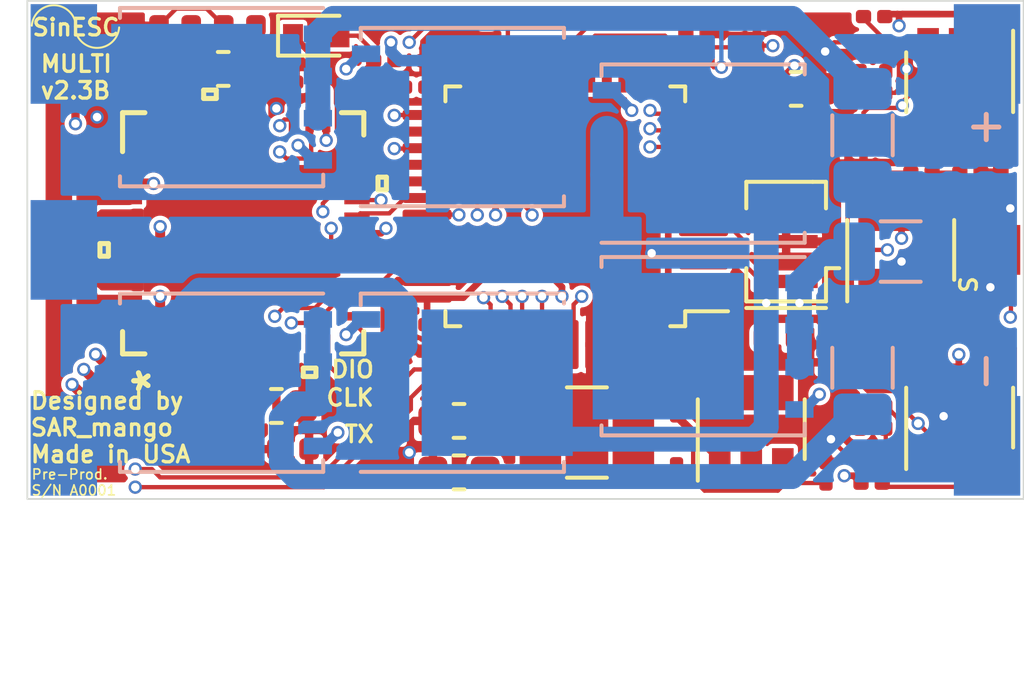
<source format=kicad_pcb>
(kicad_pcb (version 20171130) (host pcbnew "(5.1.6)-1")
  (title_block (title "SinESC Multi Edition PCB") (date 2020-10-08) (rev 2.3B) (company "© SinESC 2020") (comment 1 "Drawn by SAR_mango"))
  (layers (0 F.Cu signal) (1 In1.Cu signal hide) (2 In2.Cu signal hide) (31 B.Cu signal hide) (34 B.Paste user hide) (35 F.Paste user hide) (36 B.SilkS user hide) (37 F.SilkS user hide) (38 B.Mask user hide) (39 F.Mask user hide) (44 Edge.Cuts user))
  (net 0 "")
  (net 1 Earth)
  (net 2 +3V3)
  (net 3 "Net-(C2-Pad1)")
  (net 4 OCP_COMP_U)
  (net 5 "Net-(C7-Pad1)")
  (net 6 OCP_COMP_V)
  (net 7 "Net-(C14-Pad1)")
  (net 8 OCP_COMP_W)
  (net 9 +5V)
  (net 10 +12V)
  (net 11 VBUS)
  (net 12 CU)
  (net 13 "Net-(C24-Pad1)")
  (net 14 "Net-(C25-Pad1)")
  (net 15 CV)
  (net 16 CW)
  (net 17 VBUS_SENSE)
  (net 18 U)
  (net 19 SHUNT_U)
  (net 20 V)
  (net 21 SHUNT_V)
  (net 22 W)
  (net 23 SHUNT_W)
  (net 24 "Net-(R8-Pad2)")
  (net 25 CUR_U)
  (net 26 CUR_V)
  (net 27 CUR_W)
  (net 28 "Net-(R22-Pad2)")
  (net 29 HSU)
  (net 30 LSU)
  (net 31 HSV)
  (net 32 LSV)
  (net 33 HSW)
  (net 34 LSW)
  (net 35 "Net-(U1-Pad2)")
  (net 36 "Net-(U1-Pad3)")
  (net 37 "Net-(U1-Pad4)")
  (net 38 "Net-(U1-Pad5)")
  (net 39 "Net-(U1-Pad6)")
  (net 40 "Net-(U1-Pad13)")
  (net 41 "Net-(U1-Pad14)")
  (net 42 "Net-(U1-Pad15)")
  (net 43 "Net-(U1-Pad16)")
  (net 44 "Net-(U1-Pad19)")
  (net 45 "Net-(U1-Pad20)")
  (net 46 DRV_EN)
  (net 47 DRV_FAULT)
  (net 48 PWM_V_L)
  (net 49 PWM_W_L)
  (net 50 PWM_U_H)
  (net 51 PWM_V_H)
  (net 52 PWM_W_H)
  (net 53 PWM_U_L)
  (net 54 "Net-(U1-Pad33)")
  (net 55 SWDIO)
  (net 56 SWCLK)
  (net 57 SPI_CSN)
  (net 58 SPI_SCK)
  (net 59 SPI_SDO)
  (net 60 SPI_SDI)
  (net 61 UART_TX)
  (net 62 "Net-(U1-Pad45)")
  (net 63 "Net-(U1-Pad46)")
  (net 64 "Net-(U4-Pad2)")
  (net 65 "Net-(U4-Pad9)")
  (net 66 "Net-(C23-Pad1)")
  (net 67 "Net-(C16-Pad1)")
  (net 68 "Net-(C21-Pad2)")
  (net 69 "Net-(C30-Pad2)")
  (net 70 "Net-(C20-Pad2)")
  (net 71 "Net-(C21-Pad1)")
  (net 72 "Net-(C30-Pad1)")
  (net 73 "Net-(C34-Pad2)")
  (net 74 "Net-(R17-Pad2)")
  (net 75 "Net-(R24-Pad1)")
  (net 76 SINWIRE)
  (module Resistor_SMD:R_0201_0603Metric (layer F.Cu) (at 39.05 29.2 90)
    (fp_text reference R24 hide)
    (fp_text value 52.3kΩ hide)
    (pad 2 smd roundrect (at 0.32 0 90) (size 0.46 0.4) (layers F.Cu F.Mask) (net 1 Earth))
    (pad 1 smd roundrect (at -0.32 0 90) (size 0.46 0.4) (layers F.Cu F.Mask) (net 75 "Net-(R24-Pad1)"))
  )
  (module Resistor_SMD:R_1206_3216Metric (layer B.Cu) (at 40.15 26.05 270)
    (fp_text reference R12 hide)
    (fp_text value 1mΩ hide)
    (pad 2 smd roundrect (at 1.4 0 270) (size 1.25 1.75) (layers B.Cu B.Paste B.Mask) (roundrect_rratio 0.2) (net 23 SHUNT_W))
    (pad 1 smd roundrect (at -1.4 0 270) (size 1.25 1.75) (layers B.Cu B.Paste B.Mask) (roundrect_rratio 0.2) (net 1 Earth))
  )
  (module Inductor_SMD:L_1210_3225Metric (layer F.Cu) (at 31.85 28 180)
    (fp_text reference L1 hide)
    (fp_text value 10µH hide)
    (pad 2 smd roundrect (at 1.4 0 180) (size 1.25 2.65) (layers F.Cu F.Paste F.Mask) (roundrect_rratio 0.2) (net 73 "Net-(C34-Pad2)"))
    (pad 1 smd roundrect (at -1.4 0 180) (size 1.25 2.65) (layers F.Cu F.Paste F.Mask) (roundrect_rratio 0.2) (net 72 "Net-(C30-Pad1)"))
  )
  (module Package_QFP:LQFP-48_7x7mm_P0.5mm (layer F.Cu) (at 31.2 21.1875 180)
    (fp_text reference U1 hide)
    (fp_text value STM32F303CBT7 hide)
    (pad 48 smd roundrect (at -2.75 -4.1625 180) (size 0.3 1.475) (layers F.Cu F.Paste F.Mask) (net 2 +3V3))
    (pad 47 smd roundrect (at -2.25 -4.1625 180) (size 0.3 1.475) (layers F.Cu F.Paste F.Mask) (net 1 Earth))
    (pad 46 smd roundrect (at -1.75 -4.1625 180) (size 0.3 1.475) (layers F.Cu F.Paste F.Mask) (net 63 "Net-(U1-Pad46)"))
    (pad 45 smd roundrect (at -1.25 -4.1625 180) (size 0.3 1.475) (layers F.Cu F.Paste F.Mask) (net 62 "Net-(U1-Pad45)"))
    (pad 44 smd roundrect (at -0.75 -4.1625 180) (size 0.3 1.475) (layers F.Cu F.Paste F.Mask) (net 1 Earth))
    (pad 43 smd roundrect (at -0.25 -4.1625 180) (size 0.3 1.475) (layers F.Cu F.Paste F.Mask) (net 76 SINWIRE))
    (pad 42 smd roundrect (at 0.25 -4.1625 180) (size 0.3 1.475) (layers F.Cu F.Paste F.Mask) (net 61 UART_TX))
    (pad 41 smd roundrect (at 0.75 -4.1625 180) (size 0.3 1.475) (layers F.Cu F.Paste F.Mask) (net 60 SPI_SDI))
    (pad 40 smd roundrect (at 1.25 -4.1625 180) (size 0.3 1.475) (layers F.Cu F.Paste F.Mask) (net 59 SPI_SDO))
    (pad 39 smd roundrect (at 1.75 -4.1625 180) (size 0.3 1.475) (layers F.Cu F.Paste F.Mask) (net 58 SPI_SCK))
    (pad 38 smd roundrect (at 2.25 -4.1625 180) (size 0.3 1.475) (layers F.Cu F.Paste F.Mask) (net 57 SPI_CSN))
    (pad 37 smd roundrect (at 2.75 -4.1625 180) (size 0.3 1.475) (layers F.Cu F.Paste F.Mask) (net 56 SWCLK))
    (pad 36 smd roundrect (at 4.1625 -2.75 180) (size 1.475 0.3) (layers F.Cu F.Paste F.Mask) (net 2 +3V3))
    (pad 35 smd roundrect (at 4.1625 -2.25 180) (size 1.475 0.3) (layers F.Cu F.Paste F.Mask) (net 1 Earth))
    (pad 34 smd roundrect (at 4.1625 -1.75 180) (size 1.475 0.3) (layers F.Cu F.Paste F.Mask) (net 55 SWDIO))
    (pad 33 smd roundrect (at 4.1625 -1.25 180) (size 1.475 0.3) (layers F.Cu F.Paste F.Mask) (net 54 "Net-(U1-Pad33)"))
    (pad 32 smd roundrect (at 4.1625 -0.75 180) (size 1.475 0.3) (layers F.Cu F.Paste F.Mask) (net 53 PWM_U_L))
    (pad 31 smd roundrect (at 4.1625 -0.25 180) (size 1.475 0.3) (layers F.Cu F.Paste F.Mask) (net 52 PWM_W_H))
    (pad 30 smd roundrect (at 4.1625 0.25 180) (size 1.475 0.3) (layers F.Cu F.Paste F.Mask) (net 51 PWM_V_H))
    (pad 29 smd roundrect (at 4.1625 0.75 180) (size 1.475 0.3) (layers F.Cu F.Paste F.Mask) (net 50 PWM_U_H))
    (pad 28 smd roundrect (at 4.1625 1.25 180) (size 1.475 0.3) (layers F.Cu F.Paste F.Mask) (net 49 PWM_W_L))
    (pad 27 smd roundrect (at 4.1625 1.75 180) (size 1.475 0.3) (layers F.Cu F.Paste F.Mask) (net 48 PWM_V_L))
    (pad 26 smd roundrect (at 4.1625 2.25 180) (size 1.475 0.3) (layers F.Cu F.Paste F.Mask) (net 17 VBUS_SENSE))
    (pad 25 smd roundrect (at 4.1625 2.75 180) (size 1.475 0.3) (layers F.Cu F.Paste F.Mask) (net 47 DRV_FAULT))
    (pad 24 smd roundrect (at 2.75 4.1625 180) (size 0.3 1.475) (layers F.Cu F.Paste F.Mask) (net 2 +3V3))
    (pad 23 smd roundrect (at 2.25 4.1625 180) (size 0.3 1.475) (layers F.Cu F.Paste F.Mask) (net 1 Earth))
    (pad 22 smd roundrect (at 1.75 4.1625 180) (size 0.3 1.475) (layers F.Cu F.Paste F.Mask) (net 8 OCP_COMP_W))
    (pad 21 smd roundrect (at 1.25 4.1625 180) (size 0.3 1.475) (layers F.Cu F.Paste F.Mask) (net 46 DRV_EN))
    (pad 20 smd roundrect (at 0.75 4.1625 180) (size 0.3 1.475) (layers F.Cu F.Paste F.Mask) (net 45 "Net-(U1-Pad20)"))
    (pad 19 smd roundrect (at 0.25 4.1625 180) (size 0.3 1.475) (layers F.Cu F.Paste F.Mask) (net 44 "Net-(U1-Pad19)"))
    (pad 18 smd roundrect (at -0.25 4.1625 180) (size 0.3 1.475) (layers F.Cu F.Paste F.Mask) (net 6 OCP_COMP_V))
    (pad 17 smd roundrect (at -0.75 4.1625 180) (size 0.3 1.475) (layers F.Cu F.Paste F.Mask) (net 4 OCP_COMP_U))
    (pad 16 smd roundrect (at -1.25 4.1625 180) (size 0.3 1.475) (layers F.Cu F.Paste F.Mask) (net 43 "Net-(U1-Pad16)"))
    (pad 15 smd roundrect (at -1.75 4.1625 180) (size 0.3 1.475) (layers F.Cu F.Paste F.Mask) (net 42 "Net-(U1-Pad15)"))
    (pad 14 smd roundrect (at -2.25 4.1625 180) (size 0.3 1.475) (layers F.Cu F.Paste F.Mask) (net 41 "Net-(U1-Pad14)"))
    (pad 13 smd roundrect (at -2.75 4.1625 180) (size 0.3 1.475) (layers F.Cu F.Paste F.Mask) (net 40 "Net-(U1-Pad13)"))
    (pad 12 smd roundrect (at -4.1625 2.75 180) (size 1.475 0.3) (layers F.Cu F.Paste F.Mask) (net 27 CUR_W))
    (pad 11 smd roundrect (at -4.1625 2.25 180) (size 1.475 0.3) (layers F.Cu F.Paste F.Mask) (net 26 CUR_V))
    (pad 10 smd roundrect (at -4.1625 1.75 180) (size 1.475 0.3) (layers F.Cu F.Paste F.Mask) (net 25 CUR_U))
    (pad 9 smd roundrect (at -4.1625 1.25 180) (size 1.475 0.3) (layers F.Cu F.Paste F.Mask) (net 2 +3V3))
    (pad 8 smd roundrect (at -4.1625 0.75 180) (size 1.475 0.3) (layers F.Cu F.Paste F.Mask) (net 1 Earth))
    (pad 7 smd roundrect (at -4.1625 0.25 180) (size 1.475 0.3) (layers F.Cu F.Paste F.Mask) (net 3 "Net-(C2-Pad1)"))
    (pad 6 smd roundrect (at -4.1625 -0.25 180) (size 1.475 0.3) (layers F.Cu F.Paste F.Mask) (net 39 "Net-(U1-Pad6)"))
    (pad 5 smd roundrect (at -4.1625 -0.75 180) (size 1.475 0.3) (layers F.Cu F.Paste F.Mask) (net 38 "Net-(U1-Pad5)"))
    (pad 4 smd roundrect (at -4.1625 -1.25 180) (size 1.475 0.3) (layers F.Cu F.Paste F.Mask) (net 37 "Net-(U1-Pad4)"))
    (pad 3 smd roundrect (at -4.1625 -1.75 180) (size 1.475 0.3) (layers F.Cu F.Paste F.Mask) (net 36 "Net-(U1-Pad3)"))
    (pad 2 smd roundrect (at -4.1625 -2.25 180) (size 1.475 0.3) (layers F.Cu F.Paste F.Mask) (net 35 "Net-(U1-Pad2)"))
    (pad 1 smd roundrect (at -4.1625 -2.75 180) (size 1.475 0.3) (layers F.Cu F.Paste F.Mask) (net 2 +3V3))
  )
  (module Resistor_SMD:R_0201_0603Metric (layer F.Cu) (at 41.93 24.825 180)
    (fp_text reference R10 hide)
    (fp_text value 86.6Ω hide)
    (pad 2 smd roundrect (at 0.32 0 180) (size 0.46 0.4) (layers F.Cu F.Mask) (net 21 SHUNT_V))
    (pad 1 smd roundrect (at -0.32 0 180) (size 0.46 0.4) (layers F.Cu F.Mask) (net 7 "Net-(C14-Pad1)"))
  )
  (module Capacitor_SMD:C_0201_0603Metric (layer F.Cu) (at 35.75 17.6 180)
    (fp_text reference C6 hide)
    (fp_text value 6.8nF hide)
    (pad 2 smd roundrect (at 0.32 0 180) (size 0.46 0.4) (layers F.Cu F.Mask) (net 4 OCP_COMP_U))
    (pad 1 smd roundrect (at -0.32 0 180) (size 0.46 0.4) (layers F.Cu F.Mask) (net 1 Earth))
  )
  (module Capacitor_SMD:C_0402_1005Metric (layer B.Cu) (at 42.3 20.25 270)
    (fp_text reference C33 hide)
    (fp_text value 1µF hide)
    (pad 2 smd roundrect (at 0.485 0 270) (size 0.59 0.64) (layers B.Cu B.Paste B.Mask) (net 1 Earth))
    (pad 1 smd roundrect (at -0.485 0 270) (size 0.59 0.64) (layers B.Cu B.Paste B.Mask) (net 11 VBUS))
  )
  (module Capacitor_SMD:C_0402_1005Metric (layer B.Cu) (at 43.35 20.25 270)
    (fp_text reference C31 hide)
    (fp_text value 1µF hide)
    (pad 2 smd roundrect (at 0.485 0 270) (size 0.59 0.64) (layers B.Cu B.Paste B.Mask) (net 1 Earth))
    (pad 1 smd roundrect (at -0.485 0 270) (size 0.59 0.64) (layers B.Cu B.Paste B.Mask) (net 11 VBUS))
  )
  (module Capacitor_SMD:C_0402_1005Metric (layer B.Cu) (at 44.4 20.25 270)
    (fp_text reference C32 hide)
    (fp_text value 1µF hide)
    (pad 2 smd roundrect (at 0.485 0 270) (size 0.59 0.64) (layers B.Cu B.Paste B.Mask) (net 1 Earth))
    (pad 1 smd roundrect (at -0.485 0 270) (size 0.59 0.64) (layers B.Cu B.Paste B.Mask) (net 11 VBUS))
  )
  (module Capacitor_SMD:C_0603_1608Metric (layer F.Cu) (at 20.9 17.05 180)
    (fp_text reference C21 hide)
    (fp_text value 22nF hide)
    (pad 2 smd roundrect (at 0.7875 0 180) (size 0.875 0.95) (layers F.Cu F.Paste F.Mask) (net 68 "Net-(C21-Pad2)"))
    (pad 1 smd roundrect (at -0.7875 0 180) (size 0.875 0.95) (layers F.Cu F.Paste F.Mask) (net 71 "Net-(C21-Pad1)"))
  )
  (module Capacitor_SMD:C_0201_0603Metric (layer F.Cu) (at 18.65 17.45 180)
    (fp_text reference C20 hide)
    (fp_text value 100nF hide)
    (pad 2 smd roundrect (at 0.32 0 180) (size 0.46 0.4) (layers F.Cu F.Mask) (net 70 "Net-(C20-Pad2)"))
    (pad 1 smd roundrect (at -0.32 0 180) (size 0.46 0.4) (layers F.Cu F.Mask) (net 11 VBUS))
  )
  (module Capacitor_SMD:C_0603_1608Metric (layer F.Cu) (at 22.5 27.2)
    (fp_text reference C22 hide)
    (fp_text value 10µF hide)
    (pad 2 smd roundrect (at 0.7875 0) (size 0.875 0.95) (layers F.Cu F.Paste F.Mask) (net 1 Earth))
    (pad 1 smd roundrect (at -0.7875 0) (size 0.875 0.95) (layers F.Cu F.Paste F.Mask) (net 10 +12V))
  )
  (module Capacitor_SMD:C_0402_1005Metric (layer F.Cu) (at 21.05 28.5 180)
    (fp_text reference C19 hide)
    (fp_text value 1µF hide)
    (pad 2 smd roundrect (at 0.485 0 180) (size 0.59 0.64) (layers F.Cu F.Paste F.Mask) (net 1 Earth))
    (pad 1 smd roundrect (at -0.485 0 180) (size 0.59 0.64) (layers F.Cu F.Paste F.Mask) (net 9 +5V))
  )
  (module Capacitor_SMD:C_0201_0603Metric (layer F.Cu) (at 23.4 17.45 180)
    (fp_text reference C17 hide)
    (fp_text value 100nF hide)
    (pad 2 smd roundrect (at 0.32 0 180) (size 0.46 0.4) (layers F.Cu F.Mask) (net 1 Earth))
    (pad 1 smd roundrect (at -0.32 0 180) (size 0.46 0.4) (layers F.Cu F.Mask) (net 2 +3V3))
  )
  (module Package_TO_SOT_SMD:TDSON-8-1 (layer B.Cu) (at 35.35 19.6)
    (fp_text reference Q3 hide)
    (fp_text value BSC010N04LSI hide)
    (pad 5 smd rect (at 1.05 0) (size 4.55 4.41) (layers B.Cu) (net 11 VBUS))
    (pad 4 smd rect (at -2.9 -1.905) (size 0.85 0.5) (layers B.Cu B.Paste B.Mask) (net 31 HSV))
    (pad 3 smd rect (at -2.9 -0.635) (size 0.85 0.5) (layers B.Cu B.Paste B.Mask) (net 20 V))
    (pad 2 smd rect (at -2.9 0.635) (size 0.85 0.5) (layers B.Cu B.Paste B.Mask) (net 20 V))
    (pad 1 smd rect (at -2.9 1.905) (size 0.85 0.5) (layers B.Cu B.Paste B.Mask) (net 20 V))
  )
  (module Pads:Pad_0.8mm_Square (layer F.Cu) (at 25.9 27.9)
    (fp_text reference TP3 hide)
    (fp_text value Pad_0.8mm_Square hide)
    (pad 1 smd rect (at 0 0) (size 0.8 0.8) (layers F.Cu F.Mask) (net 61 UART_TX))
  )
  (module Pads:Pad_0.8mm_Square (layer F.Cu) (at 25.9 26.8)
    (fp_text reference TP2 hide)
    (fp_text value Pad_0.8mm_Square hide)
    (pad 1 smd rect (at 0 0) (size 0.8 0.8) (layers F.Cu F.Mask) (net 56 SWCLK))
  )
  (module Pads:Pad_0.8mm_Square (layer F.Cu) (at 25.9 25.7)
    (fp_text reference TP1 hide)
    (fp_text value Pad_0.8mm_Square hide)
    (pad 1 smd rect (at 0 0) (size 0.8 0.8) (layers F.Cu F.Mask) (net 55 SWDIO))
  )
  (module Pads:Pad_1.5mm_Square (layer F.Cu) (at 44.15 22.5)
    (fp_text reference J6 hide)
    (fp_text value Pad_1.5mm_Square hide)
    (pad 1 smd rect (at 0 0) (size 1.5 1.5) (layers F.Cu F.Mask) (net 76 SINWIRE))
  )
  (module Pads:Pad_3x2mm (layer B.Cu) (at 43.9 28.4 90)
    (fp_text reference J5 hide)
    (fp_text value Pad_3x2mm hide)
    (pad 1 smd rect (at 0 0 90) (size 3 2) (layers B.Cu B.Mask) (net 1 Earth))
  )
  (module Pads:Pad_3x2mm (layer B.Cu) (at 43.9 16.6 90)
    (fp_text reference J4 hide)
    (fp_text value Pad_3x2mm hide)
    (pad 1 smd rect (at 0 0 90) (size 3 2) (layers B.Cu B.Mask) (net 11 VBUS))
  )
  (module Pads:Pad_3x2mm (layer B.Cu) (at 16.1 28.4 90)
    (fp_text reference J3 hide)
    (fp_text value Pad_3x2mm hide)
    (pad 1 smd rect (at 0 0 90) (size 3 2) (layers B.Cu B.Mask) (net 22 W))
  )
  (module Pads:Pad_3x2mm (layer B.Cu) (at 16.1 22.5 90)
    (fp_text reference J2 hide)
    (fp_text value Pad_3x2mm hide)
    (pad 1 smd rect (at 0 0 90) (size 3 2) (layers B.Cu B.Mask) (net 20 V))
  )
  (module Pads:Pad_3x2mm (layer B.Cu) (at 16.1 16.6 270)
    (fp_text reference J1 hide)
    (fp_text value Pad_3x2mm hide)
    (pad 1 smd rect (at 0 0 270) (size 3 2) (layers B.Cu B.Mask) (net 18 U))
  )
  (module Capacitor_SMD:C_0201_0603Metric (layer F.Cu) (at 35.73 24.8)
    (fp_text reference C1 hide)
    (fp_text value 100nF hide)
    (pad 2 smd roundrect (at 0.32 0) (size 0.46 0.4) (layers F.Cu F.Mask) (net 1 Earth))
    (pad 1 smd roundrect (at -0.32 0) (size 0.46 0.4) (layers F.Cu F.Mask) (net 2 +3V3))
  )
  (module Capacitor_SMD:C_0201_0603Metric (layer F.Cu) (at 37.85 20)
    (fp_text reference C2 hide)
    (fp_text value 100nF hide)
    (pad 2 smd roundrect (at 0.32 0) (size 0.46 0.4) (layers F.Cu F.Mask) (net 1 Earth))
    (pad 1 smd roundrect (at -0.32 0) (size 0.46 0.4) (layers F.Cu F.Mask) (net 3 "Net-(C2-Pad1)"))
  )
  (module Capacitor_SMD:C_0201_0603Metric (layer F.Cu) (at 35.12 25.575)
    (fp_text reference C3 hide)
    (fp_text value 6.8nF hide)
    (pad 2 smd roundrect (at 0.32 0) (size 0.46 0.4) (layers F.Cu F.Mask) (net 1 Earth))
    (pad 1 smd roundrect (at -0.32 0) (size 0.46 0.4) (layers F.Cu F.Mask) (net 2 +3V3))
  )
  (module Capacitor_SMD:C_0201_0603Metric (layer F.Cu) (at 27.25 16.8 180)
    (fp_text reference C4 hide)
    (fp_text value 100nF hide)
    (pad 2 smd roundrect (at 0.32 0 180) (size 0.46 0.4) (layers F.Cu F.Mask) (net 1 Earth))
    (pad 1 smd roundrect (at -0.32 0 180) (size 0.46 0.4) (layers F.Cu F.Mask) (net 2 +3V3))
  )
  (module Capacitor_SMD:C_0201_0603Metric (layer F.Cu) (at 26.68 17.6 180)
    (fp_text reference C5 hide)
    (fp_text value 6.8nF hide)
    (pad 2 smd roundrect (at 0.32 0 180) (size 0.46 0.4) (layers F.Cu F.Mask) (net 1 Earth))
    (pad 1 smd roundrect (at -0.32 0 180) (size 0.46 0.4) (layers F.Cu F.Mask) (net 2 +3V3))
  )
  (module Capacitor_SMD:C_0201_0603Metric (layer F.Cu) (at 40.075 17.45 270)
    (fp_text reference C7 hide)
    (fp_text value 6.8nF hide)
    (pad 2 smd roundrect (at 0.32 0 270) (size 0.46 0.4) (layers F.Cu F.Mask) (net 1 Earth))
    (pad 1 smd roundrect (at -0.32 0 270) (size 0.46 0.4) (layers F.Cu F.Mask) (net 5 "Net-(C7-Pad1)"))
  )
  (module Capacitor_SMD:C_0201_0603Metric (layer F.Cu) (at 26.68 24.75 180)
    (fp_text reference C8 hide)
    (fp_text value 100nF hide)
    (pad 2 smd roundrect (at 0.32 0 180) (size 0.46 0.4) (layers F.Cu F.Mask) (net 1 Earth))
    (pad 1 smd roundrect (at -0.32 0 180) (size 0.46 0.4) (layers F.Cu F.Mask) (net 2 +3V3))
  )
  (module Capacitor_SMD:C_0201_0603Metric (layer F.Cu) (at 27.25 25.55 180)
    (fp_text reference C9 hide)
    (fp_text value 6.8nF hide)
    (pad 2 smd roundrect (at 0.32 0 180) (size 0.46 0.4) (layers F.Cu F.Mask) (net 1 Earth))
    (pad 1 smd roundrect (at -0.32 0 180) (size 0.46 0.4) (layers F.Cu F.Mask) (net 2 +3V3))
  )
  (module Capacitor_SMD:C_0201_0603Metric (layer F.Cu) (at 37.85 19.2)
    (fp_text reference C10 hide)
    (fp_text value 6.8nF hide)
    (pad 2 smd roundrect (at 0.32 0) (size 0.46 0.4) (layers F.Cu F.Mask) (net 1 Earth))
    (pad 1 smd roundrect (at -0.32 0) (size 0.46 0.4) (layers F.Cu F.Mask) (net 2 +3V3))
  )
  (module Capacitor_SMD:C_0402_1005Metric (layer F.Cu) (at 39.15 19.415 270)
    (fp_text reference C11 hide)
    (fp_text value 1µF hide)
    (pad 2 smd roundrect (at 0.485 0 270) (size 0.59 0.64) (layers F.Cu F.Paste F.Mask) (net 1 Earth))
    (pad 1 smd roundrect (at -0.485 0 270) (size 0.59 0.64) (layers F.Cu F.Paste F.Mask) (net 2 +3V3))
  )
  (module Capacitor_SMD:C_0201_0603Metric (layer F.Cu) (at 35.15 16 180)
    (fp_text reference C12 hide)
    (fp_text value 6.8nF hide)
    (pad 2 smd roundrect (at 0.32 0 180) (size 0.46 0.4) (layers F.Cu F.Mask) (net 6 OCP_COMP_V))
    (pad 1 smd roundrect (at -0.32 0 180) (size 0.46 0.4) (layers F.Cu F.Mask) (net 1 Earth))
  )
  (module Capacitor_SMD:C_0603_1608Metric (layer F.Cu) (at 38.15 17.65)
    (fp_text reference C13 hide)
    (fp_text value 10µF hide)
    (pad 2 smd roundrect (at 0.7875 0) (size 0.875 0.95) (layers F.Cu F.Paste F.Mask) (net 1 Earth))
    (pad 1 smd roundrect (at -0.7875 0) (size 0.875 0.95) (layers F.Cu F.Paste F.Mask) (net 2 +3V3))
  )
  (module Capacitor_SMD:C_0201_0603Metric (layer F.Cu) (at 43.875 24.05)
    (fp_text reference C14 hide)
    (fp_text value 6.8nF hide)
    (pad 2 smd roundrect (at 0.32 0) (size 0.46 0.4) (layers F.Cu F.Mask) (net 1 Earth))
    (pad 1 smd roundrect (at -0.32 0) (size 0.46 0.4) (layers F.Cu F.Mask) (net 7 "Net-(C14-Pad1)"))
  )
  (module Capacitor_SMD:C_0201_0603Metric (layer F.Cu) (at 36.65 15.6 180)
    (fp_text reference C15 hide)
    (fp_text value 6.8nF hide)
    (pad 2 smd roundrect (at 0.32 0 180) (size 0.46 0.4) (layers F.Cu F.Mask) (net 8 OCP_COMP_W))
    (pad 1 smd roundrect (at -0.32 0 180) (size 0.46 0.4) (layers F.Cu F.Mask) (net 1 Earth))
  )
  (module Capacitor_SMD:C_0201_0603Metric (layer F.Cu) (at 40.85 27.55 90)
    (fp_text reference C16 hide)
    (fp_text value 6.8nF hide)
    (pad 2 smd roundrect (at 0.32 0 90) (size 0.46 0.4) (layers F.Cu F.Mask) (net 1 Earth))
    (pad 1 smd roundrect (at -0.32 0 90) (size 0.46 0.4) (layers F.Cu F.Mask) (net 67 "Net-(C16-Pad1)"))
  )
  (module Capacitor_SMD:C_0402_1005Metric (layer F.Cu) (at 23 28.5)
    (fp_text reference C18 hide)
    (fp_text value 1µF hide)
    (pad 2 smd roundrect (at 0.485 0) (size 0.59 0.64) (layers F.Cu F.Paste F.Mask) (net 1 Earth))
    (pad 1 smd roundrect (at -0.485 0) (size 0.59 0.64) (layers F.Cu F.Paste F.Mask) (net 9 +5V))
  )
  (module Capacitor_SMD:C_0402_1005Metric (layer F.Cu) (at 16.8 24.5 270)
    (fp_text reference C23 hide)
    (fp_text value 1µF hide)
    (pad 2 smd roundrect (at 0.485 0 270) (size 0.59 0.64) (layers F.Cu F.Paste F.Mask) (net 12 CU))
    (pad 1 smd roundrect (at -0.485 0 270) (size 0.59 0.64) (layers F.Cu F.Paste F.Mask) (net 66 "Net-(C23-Pad1)"))
  )
  (module Capacitor_SMD:C_0402_1005Metric (layer F.Cu) (at 16.8 22.5 270)
    (fp_text reference C24 hide)
    (fp_text value 1µF hide)
    (pad 2 smd roundrect (at 0.485 0 270) (size 0.59 0.64) (layers F.Cu F.Paste F.Mask) (net 15 CV))
    (pad 1 smd roundrect (at -0.485 0 270) (size 0.59 0.64) (layers F.Cu F.Paste F.Mask) (net 13 "Net-(C24-Pad1)"))
  )
  (module Capacitor_SMD:C_0402_1005Metric (layer F.Cu) (at 16.8 20.485 90)
    (fp_text reference C25 hide)
    (fp_text value 1µF hide)
    (pad 2 smd roundrect (at 0.485 0 90) (size 0.59 0.64) (layers F.Cu F.Paste F.Mask) (net 16 CW))
    (pad 1 smd roundrect (at -0.485 0 90) (size 0.59 0.64) (layers F.Cu F.Paste F.Mask) (net 14 "Net-(C25-Pad1)"))
  )
  (module Capacitor_SMD:C_0402_1005Metric (layer F.Cu) (at 19.45 15.75 180)
    (fp_text reference C26 hide)
    (fp_text value 1µF hide)
    (pad 2 smd roundrect (at 0.485 0 180) (size 0.59 0.64) (layers F.Cu F.Paste F.Mask) (net 1 Earth))
    (pad 1 smd roundrect (at -0.485 0 180) (size 0.59 0.64) (layers F.Cu F.Paste F.Mask) (net 11 VBUS))
  )
  (module Capacitor_SMD:C_0402_1005Metric (layer F.Cu) (at 21.4 15.75 180)
    (fp_text reference C27 hide)
    (fp_text value 100nF hide)
    (pad 2 smd roundrect (at 0.485 0 180) (size 0.59 0.64) (layers F.Cu F.Paste F.Mask) (net 1 Earth))
    (pad 1 smd roundrect (at -0.485 0 180) (size 0.59 0.64) (layers F.Cu F.Paste F.Mask) (net 11 VBUS))
  )
  (module Diode_SMD:D_SOD-523 (layer F.Cu) (at 23.7 16.05)
    (fp_text reference D1 hide)
    (fp_text value BAT30KFILM hide)
    (pad 1 smd rect (at -0.7 0 180) (size 0.6 0.7) (layers F.Cu F.Paste F.Mask) (net 2 +3V3))
    (pad 2 smd rect (at 0.7 0 180) (size 0.6 0.7) (layers F.Cu F.Paste F.Mask) (net 17 VBUS_SENSE))
  )
  (module Package_TO_SOT_SMD:TDSON-8-1 (layer B.Cu) (at 28.1 18.5)
    (fp_text reference Q1 hide)
    (fp_text value BSC010N04LSI hide)
    (pad 5 smd rect (at 1.05 0) (size 4.55 4.41) (layers B.Cu) (net 11 VBUS))
    (pad 4 smd rect (at -2.9 -1.905) (size 0.85 0.5) (layers B.Cu B.Paste B.Mask) (net 29 HSU))
    (pad 3 smd rect (at -2.9 -0.635) (size 0.85 0.5) (layers B.Cu B.Paste B.Mask) (net 18 U))
    (pad 2 smd rect (at -2.9 0.635) (size 0.85 0.5) (layers B.Cu B.Paste B.Mask) (net 18 U))
    (pad 1 smd rect (at -2.9 1.905) (size 0.85 0.5) (layers B.Cu B.Paste B.Mask) (net 18 U))
  )
  (module Package_TO_SOT_SMD:TDSON-8-1 (layer B.Cu) (at 20.85 17.9 180)
    (fp_text reference Q2 hide)
    (fp_text value BSC010N04LSI hide)
    (pad 5 smd rect (at 1.05 0 180) (size 4.55 4.41) (layers B.Cu) (net 18 U))
    (pad 4 smd rect (at -2.9 -1.905 180) (size 0.85 0.5) (layers B.Cu B.Paste B.Mask) (net 30 LSU))
    (pad 3 smd rect (at -2.9 -0.635 180) (size 0.85 0.5) (layers B.Cu B.Paste B.Mask) (net 19 SHUNT_U))
    (pad 2 smd rect (at -2.9 0.635 180) (size 0.85 0.5) (layers B.Cu B.Paste B.Mask) (net 19 SHUNT_U))
    (pad 1 smd rect (at -2.9 1.905 180) (size 0.85 0.5) (layers B.Cu B.Paste B.Mask) (net 19 SHUNT_U))
  )
  (module Package_TO_SOT_SMD:TDSON-8-1 (layer B.Cu) (at 35.35 25.4 180)
    (fp_text reference Q4 hide)
    (fp_text value BSC010N04LSI hide)
    (pad 5 smd rect (at 1.05 0 180) (size 4.55 4.41) (layers B.Cu) (net 20 V))
    (pad 4 smd rect (at -2.9 -1.905 180) (size 0.85 0.5) (layers B.Cu B.Paste B.Mask) (net 32 LSV))
    (pad 3 smd rect (at -2.9 -0.635 180) (size 0.85 0.5) (layers B.Cu B.Paste B.Mask) (net 21 SHUNT_V))
    (pad 2 smd rect (at -2.9 0.635 180) (size 0.85 0.5) (layers B.Cu B.Paste B.Mask) (net 21 SHUNT_V))
    (pad 1 smd rect (at -2.9 1.905 180) (size 0.85 0.5) (layers B.Cu B.Paste B.Mask) (net 21 SHUNT_V))
  )
  (module Package_TO_SOT_SMD:TDSON-8-1 (layer B.Cu) (at 28.1 26.5)
    (fp_text reference Q5 hide)
    (fp_text value BSC010N04LSI hide)
    (pad 5 smd rect (at 1.05 0) (size 4.55 4.41) (layers B.Cu) (net 11 VBUS))
    (pad 4 smd rect (at -2.9 -1.905) (size 0.85 0.5) (layers B.Cu B.Paste B.Mask) (net 33 HSW))
    (pad 3 smd rect (at -2.9 -0.635) (size 0.85 0.5) (layers B.Cu B.Paste B.Mask) (net 22 W))
    (pad 2 smd rect (at -2.9 0.635) (size 0.85 0.5) (layers B.Cu B.Paste B.Mask) (net 22 W))
    (pad 1 smd rect (at -2.9 1.905) (size 0.85 0.5) (layers B.Cu B.Paste B.Mask) (net 22 W))
  )
  (module Package_TO_SOT_SMD:TDSON-8-1 (layer B.Cu) (at 20.85 26.5 180)
    (fp_text reference Q6 hide)
    (fp_text value BSC010N04LSI hide)
    (pad 5 smd rect (at 1.05 0 180) (size 4.55 4.41) (layers B.Cu) (net 22 W))
    (pad 4 smd rect (at -2.9 -1.905 180) (size 0.85 0.5) (layers B.Cu B.Paste B.Mask) (net 34 LSW))
    (pad 3 smd rect (at -2.9 -0.635 180) (size 0.85 0.5) (layers B.Cu B.Paste B.Mask) (net 23 SHUNT_W))
    (pad 2 smd rect (at -2.9 0.635 180) (size 0.85 0.5) (layers B.Cu B.Paste B.Mask) (net 23 SHUNT_W))
    (pad 1 smd rect (at -2.9 1.905 180) (size 0.85 0.5) (layers B.Cu B.Paste B.Mask) (net 23 SHUNT_W))
  )
  (module Resistor_SMD:R_0201_0603Metric (layer F.Cu) (at 40.5 16.25 180)
    (fp_text reference R1 hide)
    (fp_text value 86.6Ω hide)
    (pad 2 smd roundrect (at 0.32 0 180) (size 0.46 0.4) (layers F.Cu F.Mask) (net 19 SHUNT_U))
    (pad 1 smd roundrect (at -0.32 0 180) (size 0.46 0.4) (layers F.Cu F.Mask) (net 5 "Net-(C7-Pad1)"))
  )
  (module Resistor_SMD:R_0201_0603Metric (layer F.Cu) (at 35.15 16.8)
    (fp_text reference R2 hide)
    (fp_text value 1.5kΩ hide)
    (pad 2 smd roundrect (at 0.32 0) (size 0.46 0.4) (layers F.Cu F.Mask) (net 19 SHUNT_U))
    (pad 1 smd roundrect (at -0.32 0) (size 0.46 0.4) (layers F.Cu F.Mask) (net 4 OCP_COMP_U))
  )
  (module Resistor_SMD:R_1206_3216Metric (layer B.Cu) (at 40.15 19.05 90)
    (fp_text reference R3 hide)
    (fp_text value 1mΩ hide)
    (pad 2 smd roundrect (at 1.4 0 90) (size 1.25 1.75) (layers B.Cu B.Paste B.Mask) (roundrect_rratio 0.2) (net 19 SHUNT_U))
    (pad 1 smd roundrect (at -1.4 0 90) (size 1.25 1.75) (layers B.Cu B.Paste B.Mask) (roundrect_rratio 0.2) (net 1 Earth))
  )
  (module Resistor_SMD:R_0201_0603Metric (layer F.Cu) (at 40.5 15.475 180)
    (fp_text reference R4 hide)
    (fp_text value 5.1kΩ hide)
    (pad 2 smd roundrect (at 0.32 0 180) (size 0.46 0.4) (layers F.Cu F.Mask) (net 5 "Net-(C7-Pad1)"))
    (pad 1 smd roundrect (at -0.32 0 180) (size 0.46 0.4) (layers F.Cu F.Mask) (net 2 +3V3))
  )
  (module Resistor_SMD:R_0201_0603Metric (layer F.Cu) (at 40.85 17.45 270)
    (fp_text reference R5 hide)
    (fp_text value 976Ω hide)
    (pad 2 smd roundrect (at 0.32 0 270) (size 0.46 0.4) (layers F.Cu F.Mask) (net 1 Earth))
    (pad 1 smd roundrect (at -0.32 0 270) (size 0.46 0.4) (layers F.Cu F.Mask) (net 5 "Net-(C7-Pad1)"))
  )
  (module Resistor_SMD:R_0201_0603Metric (layer F.Cu) (at 36.65 16.4)
    (fp_text reference R6 hide)
    (fp_text value 1.5kΩ hide)
    (pad 2 smd roundrect (at 0.32 0) (size 0.46 0.4) (layers F.Cu F.Mask) (net 21 SHUNT_V))
    (pad 1 smd roundrect (at -0.32 0) (size 0.46 0.4) (layers F.Cu F.Mask) (net 6 OCP_COMP_V))
  )
  (module Resistor_SMD:R_1206_3216Metric (layer B.Cu) (at 41.3 22.55 180)
    (fp_text reference R7 hide)
    (fp_text value 1mΩ hide)
    (pad 2 smd roundrect (at 1.4 0 180) (size 1.25 1.75) (layers B.Cu B.Paste B.Mask) (roundrect_rratio 0.2) (net 21 SHUNT_V))
    (pad 1 smd roundrect (at -1.4 0 180) (size 1.25 1.75) (layers B.Cu B.Paste B.Mask) (roundrect_rratio 0.2) (net 1 Earth))
  )
  (module Resistor_SMD:R_0201_0603Metric (layer F.Cu) (at 40.5 18.65)
    (fp_text reference R8 hide)
    (fp_text value 15kΩ hide)
    (pad 2 smd roundrect (at 0.32 0) (size 0.46 0.4) (layers F.Cu F.Mask) (net 24 "Net-(R8-Pad2)"))
    (pad 1 smd roundrect (at -0.32 0) (size 0.46 0.4) (layers F.Cu F.Mask) (net 25 CUR_U))
  )
  (module Resistor_SMD:R_0201_0603Metric (layer F.Cu) (at 40.5 19.425 180)
    (fp_text reference R9 hide)
    (fp_text value 470Ω hide)
    (pad 2 smd roundrect (at 0.32 0 180) (size 0.46 0.4) (layers F.Cu F.Mask) (net 1 Earth))
    (pad 1 smd roundrect (at -0.32 0 180) (size 0.46 0.4) (layers F.Cu F.Mask) (net 24 "Net-(R8-Pad2)"))
  )
  (module Resistor_SMD:R_0201_0603Metric (layer F.Cu) (at 29.15 15.6 180)
    (fp_text reference R11 hide)
    (fp_text value 1.5kΩ hide)
    (pad 2 smd roundrect (at 0.32 0 180) (size 0.46 0.4) (layers F.Cu F.Mask) (net 23 SHUNT_W))
    (pad 1 smd roundrect (at -0.32 0 180) (size 0.46 0.4) (layers F.Cu F.Mask) (net 8 OCP_COMP_W))
  )
  (module Resistor_SMD:R_0201_0603Metric (layer F.Cu) (at 43.4 24.825 180)
    (fp_text reference R13 hide)
    (fp_text value 5.1kΩ hide)
    (pad 2 smd roundrect (at 0.32 0 180) (size 0.46 0.4) (layers F.Cu F.Mask) (net 7 "Net-(C14-Pad1)"))
    (pad 1 smd roundrect (at -0.32 0 180) (size 0.46 0.4) (layers F.Cu F.Mask) (net 2 +3V3))
  )
  (module Resistor_SMD:R_0201_0603Metric (layer F.Cu) (at 43.875 20.95)
    (fp_text reference R14 hide)
    (fp_text value 976Ω hide)
    (pad 2 smd roundrect (at 0.32 0) (size 0.46 0.4) (layers F.Cu F.Mask) (net 1 Earth))
    (pad 1 smd roundrect (at -0.32 0) (size 0.46 0.4) (layers F.Cu F.Mask) (net 7 "Net-(C14-Pad1)"))
  )
  (module Resistor_SMD:R_0201_0603Metric (layer F.Cu) (at 41.925 20.175)
    (fp_text reference R17 hide)
    (fp_text value 15kΩ hide)
    (pad 2 smd roundrect (at 0.32 0) (size 0.46 0.4) (layers F.Cu F.Mask) (net 74 "Net-(R17-Pad2)"))
    (pad 1 smd roundrect (at -0.32 0) (size 0.46 0.4) (layers F.Cu F.Mask) (net 26 CUR_V))
  )
  (module Resistor_SMD:R_0201_0603Metric (layer F.Cu) (at 43.4 20.175)
    (fp_text reference R18 hide)
    (fp_text value 470Ω hide)
    (pad 2 smd roundrect (at 0.32 0) (size 0.46 0.4) (layers F.Cu F.Mask) (net 1 Earth))
    (pad 1 smd roundrect (at -0.32 0) (size 0.46 0.4) (layers F.Cu F.Mask) (net 74 "Net-(R17-Pad2)"))
  )
  (module Resistor_SMD:R_0201_0603Metric (layer F.Cu) (at 25.75 16.8 180)
    (fp_text reference R15 hide)
    (fp_text value 120kΩ hide)
    (pad 2 smd roundrect (at 0.32 0 180) (size 0.46 0.4) (layers F.Cu F.Mask) (net 17 VBUS_SENSE))
    (pad 1 smd roundrect (at -0.32 0 180) (size 0.46 0.4) (layers F.Cu F.Mask) (net 11 VBUS))
  )
  (module Resistor_SMD:R_0201_0603Metric (layer F.Cu) (at 25.2 17.6)
    (fp_text reference R16 hide)
    (fp_text value 15kΩ hide)
    (pad 2 smd roundrect (at 0.32 0) (size 0.46 0.4) (layers F.Cu F.Mask) (net 1 Earth))
    (pad 1 smd roundrect (at -0.32 0) (size 0.46 0.4) (layers F.Cu F.Mask) (net 17 VBUS_SENSE))
  )
  (module Resistor_SMD:R_0201_0603Metric (layer F.Cu) (at 40.425 28.75 180)
    (fp_text reference R19 hide)
    (fp_text value 86.6Ω hide)
    (pad 2 smd roundrect (at 0.32 0 180) (size 0.46 0.4) (layers F.Cu F.Mask) (net 23 SHUNT_W))
    (pad 1 smd roundrect (at -0.32 0 180) (size 0.46 0.4) (layers F.Cu F.Mask) (net 67 "Net-(C16-Pad1)"))
  )
  (module Resistor_SMD:R_0201_0603Metric (layer F.Cu) (at 40.425 29.525)
    (fp_text reference R20 hide)
    (fp_text value 5.1kΩ hide)
    (pad 2 smd roundrect (at 0.32 0) (size 0.46 0.4) (layers F.Cu F.Mask) (net 67 "Net-(C16-Pad1)"))
    (pad 1 smd roundrect (at -0.32 0) (size 0.46 0.4) (layers F.Cu F.Mask) (net 2 +3V3))
  )
  (module Resistor_SMD:R_0201_0603Metric (layer F.Cu) (at 40.075 27.55 90)
    (fp_text reference R21 hide)
    (fp_text value 976Ω hide)
    (pad 2 smd roundrect (at 0.32 0 90) (size 0.46 0.4) (layers F.Cu F.Mask) (net 1 Earth))
    (pad 1 smd roundrect (at -0.32 0 90) (size 0.46 0.4) (layers F.Cu F.Mask) (net 67 "Net-(C16-Pad1)"))
  )
  (module Resistor_SMD:R_0201_0603Metric (layer F.Cu) (at 40.425 26.35)
    (fp_text reference R22 hide)
    (fp_text value 15kΩ hide)
    (pad 2 smd roundrect (at 0.32 0) (size 0.46 0.4) (layers F.Cu F.Mask) (net 28 "Net-(R22-Pad2)"))
    (pad 1 smd roundrect (at -0.32 0) (size 0.46 0.4) (layers F.Cu F.Mask) (net 27 CUR_W))
  )
  (module Resistor_SMD:R_0201_0603Metric (layer F.Cu) (at 40.425 25.575)
    (fp_text reference R23 hide)
    (fp_text value 470Ω hide)
    (pad 2 smd roundrect (at 0.32 0) (size 0.46 0.4) (layers F.Cu F.Mask) (net 1 Earth))
    (pad 1 smd roundrect (at -0.32 0) (size 0.46 0.4) (layers F.Cu F.Mask) (net 28 "Net-(R22-Pad2)"))
  )
  (module Package_TO_SOT_SMD:SOT-23-6 (layer F.Cu) (at 43.075 17.45 270)
    (fp_text reference U2 hide)
    (fp_text value MAX4239AUT hide)
    (pad 5 smd rect (at 1.1 0 270) (size 1.06 0.65) (layers F.Cu F.Paste F.Mask) (net 2 +3V3))
    (pad 6 smd rect (at 1.1 -0.95 270) (size 1.06 0.65) (layers F.Cu F.Paste F.Mask) (net 2 +3V3))
    (pad 4 smd rect (at 1.1 0.95 270) (size 1.06 0.65) (layers F.Cu F.Paste F.Mask) (net 24 "Net-(R8-Pad2)"))
    (pad 3 smd rect (at -1.1 0.95 270) (size 1.06 0.65) (layers F.Cu F.Paste F.Mask) (net 5 "Net-(C7-Pad1)"))
    (pad 2 smd rect (at -1.1 0 270) (size 1.06 0.65) (layers F.Cu F.Paste F.Mask) (net 1 Earth))
    (pad 1 smd rect (at -1.1 -0.95 270) (size 1.06 0.65) (layers F.Cu F.Paste F.Mask) (net 25 CUR_U))
  )
  (module Package_TO_SOT_SMD:SOT-23-6 (layer F.Cu) (at 41.3 22.5 90)
    (fp_text reference U3 hide)
    (fp_text value MAX4239AUT hide)
    (pad 5 smd rect (at 1.1 0 90) (size 1.06 0.65) (layers F.Cu F.Paste F.Mask) (net 2 +3V3))
    (pad 6 smd rect (at 1.1 -0.95 90) (size 1.06 0.65) (layers F.Cu F.Paste F.Mask) (net 2 +3V3))
    (pad 4 smd rect (at 1.1 0.95 90) (size 1.06 0.65) (layers F.Cu F.Paste F.Mask) (net 74 "Net-(R17-Pad2)"))
    (pad 3 smd rect (at -1.1 0.95 90) (size 1.06 0.65) (layers F.Cu F.Paste F.Mask) (net 7 "Net-(C14-Pad1)"))
    (pad 2 smd rect (at -1.1 0 90) (size 1.06 0.65) (layers F.Cu F.Paste F.Mask) (net 1 Earth))
    (pad 1 smd rect (at -1.1 -0.95 90) (size 1.06 0.65) (layers F.Cu F.Paste F.Mask) (net 26 CUR_V))
  )
  (module TMC6100-LA:TMC6100-LA (layer F.Cu) (at 21.5 22 90)
    (fp_text reference U4 hide)
    (fp_text value QFN37_7X7_TRI hide)
    (fp_text user * (at -4.4402 -2.75 90) (layer F.SilkS))
    (fp_text user * (at -4.4402 -2.75 90) (layer F.SilkS))
    (fp_text user * (at -4.4402 -2.75 90) (layer F.SilkS))
    (pad 38 smd rect (at 0 0 90) (size 4.0894 4.0894) (layers F.Cu F.Mask) (net 1 Earth))
    (pad 37 smd rect (at -2.5 -3.4266 90) (size 0.254 0.762) (layers F.Cu F.Paste F.Mask) (net 29 HSU))
    (pad 36 smd rect (at -2.000001 -3.4266 90) (size 0.254 0.762) (layers F.Cu F.Paste F.Mask) (net 66 "Net-(C23-Pad1)"))
    (pad 35 smd rect (at -1.000001 -3.4266 90) (size 0.254 0.762) (layers F.Cu F.Paste F.Mask) (net 15 CV))
    (pad 34 smd rect (at -0.499999 -3.4266 90) (size 0.254 0.762) (layers F.Cu F.Paste F.Mask) (net 31 HSV))
    (pad 33 smd rect (at 0 -3.4266 90) (size 0.254 0.762) (layers F.Cu F.Paste F.Mask) (net 13 "Net-(C24-Pad1)"))
    (pad 32 smd rect (at 1.000001 -3.4266 90) (size 0.254 0.762) (layers F.Cu F.Paste F.Mask) (net 14 "Net-(C25-Pad1)"))
    (pad 31 smd rect (at 1.5 -3.4266 90) (size 0.254 0.762) (layers F.Cu F.Paste F.Mask) (net 33 HSW))
    (pad 30 smd rect (at 2.000001 -3.4266 90) (size 0.254 0.762) (layers F.Cu F.Paste F.Mask) (net 16 CW))
    (pad 29 smd rect (at 3.4266 -2.5 180) (size 0.254 0.762) (layers F.Cu F.Paste F.Mask) (net 70 "Net-(C20-Pad2)"))
    (pad 28 smd rect (at 3.4266 -2.000001 180) (size 0.254 0.762) (layers F.Cu F.Paste F.Mask) (net 11 VBUS))
    (pad 27 smd rect (at 3.4266 -1.5 180) (size 0.254 0.762) (layers F.Cu F.Paste F.Mask) (net 68 "Net-(C21-Pad2)"))
    (pad 26 smd rect (at 3.4266 -0.499999 180) (size 0.254 0.762) (layers F.Cu F.Paste F.Mask) (net 71 "Net-(C21-Pad1)"))
    (pad 25 smd rect (at 3.4266 0.499999 180) (size 0.254 0.762) (layers F.Cu F.Paste F.Mask) (net 11 VBUS))
    (pad 24 smd rect (at 3.4266 1.5 180) (size 0.254 0.762) (layers F.Cu F.Paste F.Mask) (net 46 DRV_EN))
    (pad 23 smd rect (at 3.4266 2.000001 180) (size 0.254 0.762) (layers F.Cu F.Paste F.Mask) (net 47 DRV_FAULT))
    (pad 22 smd rect (at 3.4266 2.5 180) (size 0.254 0.762) (layers F.Cu F.Paste F.Mask) (net 2 +3V3))
    (pad 21 smd rect (at 2.5 3.4266 90) (size 0.254 0.762) (layers F.Cu F.Paste F.Mask) (net 1 Earth))
    (pad 20 smd rect (at 2.000001 3.4266 90) (size 0.254 0.762) (layers F.Cu F.Paste F.Mask) (net 49 PWM_W_L))
    (pad 19 smd rect (at 1.5 3.4266 90) (size 0.254 0.762) (layers F.Cu F.Paste F.Mask) (net 52 PWM_W_H))
    (pad 18 smd rect (at 1.000001 3.4266 90) (size 0.254 0.762) (layers F.Cu F.Paste F.Mask) (net 48 PWM_V_L))
    (pad 17 smd rect (at 0.499999 3.4266 90) (size 0.254 0.762) (layers F.Cu F.Paste F.Mask) (net 51 PWM_V_H))
    (pad 16 smd rect (at 0 3.4266 90) (size 0.254 0.762) (layers F.Cu F.Paste F.Mask) (net 2 +3V3))
    (pad 15 smd rect (at -0.499999 3.4266 90) (size 0.254 0.762) (layers F.Cu F.Paste F.Mask) (net 53 PWM_U_L))
    (pad 14 smd rect (at -1.000001 3.4266 90) (size 0.254 0.762) (layers F.Cu F.Paste F.Mask) (net 50 PWM_U_H))
    (pad 13 smd rect (at -1.5 3.4266 90) (size 0.254 0.762) (layers F.Cu F.Paste F.Mask) (net 59 SPI_SDO))
    (pad 12 smd rect (at -2.000001 3.4266 90) (size 0.254 0.762) (layers F.Cu F.Paste F.Mask) (net 60 SPI_SDI))
    (pad 11 smd rect (at -2.5 3.4266 90) (size 0.254 0.762) (layers F.Cu F.Paste F.Mask) (net 58 SPI_SCK))
    (pad 10 smd rect (at -3.4266 2.5 180) (size 0.254 0.762) (layers F.Cu F.Paste F.Mask) (net 57 SPI_CSN))
    (pad 9 smd rect (at -3.4266 2.000001 180) (size 0.254 0.762) (layers F.Cu F.Paste F.Mask) (net 65 "Net-(U4-Pad9)"))
    (pad 8 smd rect (at -3.4266 1.5 180) (size 0.254 0.762) (layers F.Cu F.Paste F.Mask) (net 1 Earth))
    (pad 7 smd rect (at -3.4266 1.000001 180) (size 0.254 0.762) (layers F.Cu F.Paste F.Mask) (net 9 +5V))
    (pad 6 smd rect (at -3.4266 0.499999 180) (size 0.254 0.762) (layers F.Cu F.Paste F.Mask) (net 10 +12V))
    (pad 5 smd rect (at -3.4266 0 180) (size 0.254 0.762) (layers F.Cu F.Paste F.Mask) (net 30 LSU))
    (pad 4 smd rect (at -3.4266 -0.499999 180) (size 0.254 0.762) (layers F.Cu F.Paste F.Mask) (net 32 LSV))
    (pad 3 smd rect (at -3.4266 -1.000001 180) (size 0.254 0.762) (layers F.Cu F.Paste F.Mask) (net 34 LSW))
    (pad 2 smd rect (at -3.4266 -1.5 180) (size 0.254 0.762) (layers F.Cu F.Paste F.Mask) (net 64 "Net-(U4-Pad2)"))
    (pad 1 smd rect (at -3.4266 -2.5 180) (size 0.254 0.762) (layers F.Cu F.Paste F.Mask) (net 12 CU))
  )
  (module Package_TO_SOT_SMD:SOT-23-6 (layer F.Cu) (at 43.075 27.55 90)
    (fp_text reference U5 hide)
    (fp_text value MAX4239AUT hide)
    (pad 5 smd rect (at 1.1 0 90) (size 1.06 0.65) (layers F.Cu F.Paste F.Mask) (net 2 +3V3))
    (pad 6 smd rect (at 1.1 -0.95 90) (size 1.06 0.65) (layers F.Cu F.Paste F.Mask) (net 2 +3V3))
    (pad 4 smd rect (at 1.1 0.95 90) (size 1.06 0.65) (layers F.Cu F.Paste F.Mask) (net 28 "Net-(R22-Pad2)"))
    (pad 3 smd rect (at -1.1 0.95 90) (size 1.06 0.65) (layers F.Cu F.Paste F.Mask) (net 67 "Net-(C16-Pad1)"))
    (pad 2 smd rect (at -1.1 0 90) (size 1.06 0.65) (layers F.Cu F.Paste F.Mask) (net 1 Earth))
    (pad 1 smd rect (at -1.1 -0.95 90) (size 1.06 0.65) (layers F.Cu F.Paste F.Mask) (net 27 CUR_W))
  )
  (module Crystal:Resonator_SMD_muRata_CSTxExxV-3Pin_3.0x1.1mm (layer F.Cu) (at 37.85 22.25 90)
    (fp_text reference Y1 hide)
    (fp_text value 8MHz hide)
    (pad 3 smd rect (at 1.2 0 90) (size 0.4 1.9) (layers F.Cu F.Paste F.Mask) (net 39 "Net-(U1-Pad6)"))
    (pad 2 smd rect (at 0 0 90) (size 0.4 1.9) (layers F.Cu F.Paste F.Mask) (net 1 Earth))
    (pad 1 smd rect (at -1.2 0 90) (size 0.4 1.9) (layers F.Cu F.Paste F.Mask) (net 38 "Net-(U1-Pad5)"))
  )
  (module Capacitor_SMD:C_0402_1005Metric (layer F.Cu) (at 39.15 25.4 270)
    (fp_text reference C28 hide)
    (fp_text value 1µF hide)
    (pad 2 smd roundrect (at 0.485 0 270) (size 0.59 0.64) (layers F.Cu F.Paste F.Mask) (net 1 Earth))
    (pad 1 smd roundrect (at -0.485 0 270) (size 0.59 0.64) (layers F.Cu F.Paste F.Mask) (net 11 VBUS))
  )
  (module Capacitor_SMD:C_0402_1005Metric (layer F.Cu) (at 37.65 25.15)
    (fp_text reference C29 hide)
    (fp_text value 1µF hide)
    (pad 2 smd roundrect (at 0.485 0) (size 0.59 0.64) (layers F.Cu F.Paste F.Mask) (net 1 Earth))
    (pad 1 smd roundrect (at -0.485 0) (size 0.59 0.64) (layers F.Cu F.Paste F.Mask) (net 11 VBUS))
  )
  (module Capacitor_SMD:C_0201_0603Metric (layer F.Cu) (at 34.55 27.15 270)
    (fp_text reference C30 hide)
    (fp_text value 100nF hide)
    (pad 2 smd roundrect (at 0.32 0 270) (size 0.46 0.4) (layers F.Cu F.Mask) (net 69 "Net-(C30-Pad2)"))
    (pad 1 smd roundrect (at -0.32 0 270) (size 0.46 0.4) (layers F.Cu F.Mask) (net 72 "Net-(C30-Pad1)"))
  )
  (module Capacitor_SMD:C_0603_1608Metric (layer F.Cu) (at 28 29.2)
    (fp_text reference C34 hide)
    (fp_text value 10µF hide)
    (pad 2 smd roundrect (at 0.7875 0) (size 0.875 0.95) (layers F.Cu F.Paste F.Mask) (net 73 "Net-(C34-Pad2)"))
    (pad 1 smd roundrect (at -0.7875 0) (size 0.875 0.95) (layers F.Cu F.Paste F.Mask) (net 1 Earth))
  )
  (module Capacitor_SMD:C_0603_1608Metric (layer F.Cu) (at 28 27.65)
    (fp_text reference C35 hide)
    (fp_text value 10µF hide)
    (pad 2 smd roundrect (at 0.7875 0) (size 0.875 0.95) (layers F.Cu F.Paste F.Mask) (net 73 "Net-(C34-Pad2)"))
    (pad 1 smd roundrect (at -0.7875 0) (size 0.875 0.95) (layers F.Cu F.Paste F.Mask) (net 1 Earth))
  )
  (module Resistor_SMD:R_0201_0603Metric (layer F.Cu) (at 34.55 28.65 270)
    (fp_text reference R25 hide)
    (fp_text value 120kΩ hide)
    (pad 2 smd roundrect (at 0.32 0 270) (size 0.46 0.4) (layers F.Cu F.Mask) (net 73 "Net-(C34-Pad2)"))
    (pad 1 smd roundrect (at -0.32 0 270) (size 0.46 0.4) (layers F.Cu F.Mask) (net 75 "Net-(R24-Pad1)"))
  )
  (module Package_TO_SOT_SMD:SOT-23-6 (layer F.Cu) (at 36.8 27.9 90)
    (fp_text reference U6 hide)
    (fp_text value TPS560430XDBVR hide)
    (pad 5 smd rect (at 1.1 0 90) (size 1.06 0.65) (layers F.Cu F.Paste F.Mask) (net 11 VBUS))
    (pad 6 smd rect (at 1.1 -0.95 90) (size 1.06 0.65) (layers F.Cu F.Paste F.Mask) (net 72 "Net-(C30-Pad1)"))
    (pad 4 smd rect (at 1.1 0.95 90) (size 1.06 0.65) (layers F.Cu F.Paste F.Mask) (net 11 VBUS))
    (pad 3 smd rect (at -1.1 0.95 90) (size 1.06 0.65) (layers F.Cu F.Paste F.Mask) (net 75 "Net-(R24-Pad1)"))
    (pad 2 smd rect (at -1.1 0 90) (size 1.06 0.65) (layers F.Cu F.Paste F.Mask) (net 1 Earth))
    (pad 1 smd rect (at -1.1 -0.95 90) (size 1.06 0.65) (layers F.Cu F.Paste F.Mask) (net 69 "Net-(C30-Pad2)"))
  )
  (gr_text S (at 43.35 23.85 90) (layer F.SilkS) (effects (font (size 0.5 0.5) (thickness 0.1)) (justify left)))
  (gr_text "Pre-Prod.\nS/N A0001" (at 15.1 29.5) (layer F.SilkS) (effects (font (size 0.3 0.3) (thickness 0.05)) (justify left)))
  (gr_text "Designed by\nSAR_mango\nMade in USA" (at 15.05 27.85) (layer F.SilkS) (effects (font (size 0.5 0.5) (thickness 0.1)) (justify left)))
  (gr_text - (at 43.8 26.15 90) (layer B.SilkS) (effects (font (size 1 1)) (justify mirror)))
  (gr_text + (at 43.95 18.8 270) (layer B.SilkS) (effects (font (size 1 1)) (justify mirror)))
  (gr_text TX (at 24.5 28.05) (layer F.SilkS) (effects (font (size 0.5 0.5) (thickness 0.1)) (justify left)))
  (gr_text CLK (at 23.95 26.95) (layer F.SilkS) (effects (font (size 0.5 0.5) (thickness 0.1)) (justify left)))
  (gr_text DIO (at 24.1 26.1) (layer F.SilkS) (effects (font (size 0.5 0.5) (thickness 0.1)) (justify left)))
  (gr_arc (start 17.1 15.75) (end 16.450001 15.899999) (angle -162.6) (layer F.SilkS) (width 0.06))
  (gr_arc (start 15.800001 15.799999) (end 16.45 15.65) (angle -162.6000098) (layer F.SilkS) (width 0.06))
  (gr_text "MULTI\nv2.3B" (at 15.35 17.3) (layer F.SilkS) (effects (font (size 0.5 0.5) (thickness 0.1)) (justify left)))
  (gr_text SinESC (at 15.1 15.8) (layer F.SilkS) (effects (font (size 0.5 0.5) (thickness 0.1)) (justify left)))
  (gr_line (start 45 30) (end 15 30) (layer Edge.Cuts) (width 0.05))
  (gr_line (start 45 15) (end 45 30) (layer Edge.Cuts) (width 0.05))
  (gr_line (start 15 15) (end 45 15) (layer Edge.Cuts) (width 0.05))
  (gr_line (start 15 15) (end 15 30) (layer Edge.Cuts) (width 0.05))
  (via (at 26.5 28.6) (size 0.4) (drill 0.254) (layers F.Cu B.Cu) (net 1))
  (via (at 44 23.625) (size 0.4) (drill 0.254) (layers F.Cu B.Cu) (net 1))
  (segment (start 43.075 27.99) (end 43.075 28.65) (width 0.13) (layer F.Cu) (net 1))
  (segment (start 42.335 27.25) (end 42.5925 27.5075) (width 0.13) (layer F.Cu) (net 1))
  (segment (start 41.125 25.575) (end 41.604999 26.054999) (width 0.13) (layer F.Cu) (net 1))
  (segment (start 41.604999 26.054999) (end 41.604999 27.136001) (width 0.13) (layer F.Cu) (net 1))
  (segment (start 41.604999 27.136001) (end 41.718998 27.25) (width 0.13) (layer F.Cu) (net 1))
  (segment (start 40.745 25.575) (end 41.125 25.575) (width 0.13) (layer F.Cu) (net 1))
  (segment (start 41.718998 27.25) (end 42.335 27.25) (width 0.13) (layer F.Cu) (net 1))
  (via (at 41.325 22.85) (size 0.4) (drill 0.254) (layers F.Cu B.Cu) (net 1))
  (via (at 41.475 17.05) (size 0.4) (drill 0.254) (layers F.Cu B.Cu) (net 1))
  (segment (start 41.325 23.575) (end 41.3 23.6) (width 0.13) (layer F.Cu) (net 1))
  (segment (start 41.325 22.85) (end 41.325 23.575) (width 0.13) (layer F.Cu) (net 1))
  (segment (start 42.5925 27.5075) (end 43.075 27.99) (width 0.13) (layer F.Cu) (net 1))
  (via (at 42.5925 27.5075) (size 0.4) (drill 0.254) (layers F.Cu B.Cu) (net 1))
  (segment (start 26.93 16.52) (end 26.93 16.8) (width 0.13) (layer F.Cu) (net 1))
  (segment (start 27.4 16.05) (end 26.93 16.52) (width 0.13) (layer F.Cu) (net 1))
  (segment (start 28.8 16.05) (end 27.4 16.05) (width 0.13) (layer F.Cu) (net 1))
  (segment (start 28.95 17.025) (end 28.95 16.2) (width 0.13) (layer F.Cu) (net 1))
  (segment (start 28.95 16.2) (end 28.8 16.05) (width 0.13) (layer F.Cu) (net 1))
  (segment (start 21.5 22) (end 21.45 22) (width 0.13) (layer F.Cu) (net 1))
  (segment (start 21.45 22) (end 17.95 18.5) (width 0.13) (layer F.Cu) (net 1))
  (segment (start 17.95 18.5) (end 17.1 18.5) (width 0.13) (layer F.Cu) (net 1))
  (via (at 17.1 18.5) (size 0.4) (drill 0.254) (layers F.Cu B.Cu) (net 1))
  (segment (start 26.36 24.75) (end 26.36 25.01) (width 0.13) (layer F.Cu) (net 1))
  (segment (start 26.36 25.01) (end 26.9 25.55) (width 0.13) (layer F.Cu) (net 1))
  (segment (start 26.9 25.55) (end 26.93 25.55) (width 0.13) (layer F.Cu) (net 1))
  (via (at 33.8 22.6) (size 0.4) (drill 0.254) (layers F.Cu B.Cu) (net 1))
  (via (at 22.5 18.240055) (size 0.4) (drill 0.254) (layers F.Cu B.Cu) (net 1))
  (segment (start 23.08 17.45) (end 23.08 17.660055) (width 0.13) (layer F.Cu) (net 1))
  (segment (start 23.08 17.660055) (end 22.5 18.240055) (width 0.13) (layer F.Cu) (net 1))
  (segment (start 44.6 21.25) (end 44.495 21.25) (width 0.13) (layer F.Cu) (net 1))
  (via (at 44.6 21.25) (size 0.4) (drill 0.254) (layers F.Cu B.Cu) (net 1))
  (segment (start 20.39999 15.23499) (end 20.915 15.75) (width 0.13) (layer F.Cu) (net 1))
  (segment (start 19.48001 15.23499) (end 20.39999 15.23499) (width 0.13) (layer F.Cu) (net 1))
  (segment (start 18.965 15.75) (end 19.48001 15.23499) (width 0.13) (layer F.Cu) (net 1))
  (segment (start 43.075 29.31) (end 43.075 28.65) (width 0.13) (layer F.Cu) (net 1))
  (segment (start 41.25 28.981002) (end 41.643999 29.375001) (width 0.13) (layer F.Cu) (net 1))
  (segment (start 41.643999 29.375001) (end 43.009999 29.375001) (width 0.13) (layer F.Cu) (net 1))
  (segment (start 41.25 27.6) (end 41.25 28.981002) (width 0.13) (layer F.Cu) (net 1))
  (segment (start 40.85 27.23) (end 40.88 27.23) (width 0.13) (layer F.Cu) (net 1))
  (segment (start 40.88 27.23) (end 41.25 27.6) (width 0.13) (layer F.Cu) (net 1))
  (segment (start 43.009999 29.375001) (end 43.075 29.31) (width 0.13) (layer F.Cu) (net 1))
  (segment (start 41.475 17.425) (end 41.475 17.05) (width 0.13) (layer F.Cu) (net 1))
  (segment (start 40.85 17.77) (end 41.13 17.77) (width 0.13) (layer F.Cu) (net 1))
  (segment (start 41.13 17.77) (end 41.475 17.425) (width 0.13) (layer F.Cu) (net 1))
  (via (at 31.1 23.9) (size 0.4) (drill 0.254) (layers F.Cu B.Cu) (net 2))
  (via (at 38.1 16.95) (size 0.4) (drill 0.254) (layers F.Cu B.Cu) (net 2))
  (via (at 39.6 29.3) (size 0.4) (drill 0.254) (layers F.Cu B.Cu) (net 2))
  (via (at 43.05 25.65) (size 0.4) (drill 0.254) (layers F.Cu B.Cu) (net 2))
  (segment (start 43.05 26.425) (end 43.075 26.45) (width 0.2) (layer F.Cu) (net 2))
  (segment (start 43.05 25.65) (end 43.05 26.425) (width 0.2) (layer F.Cu) (net 2))
  (segment (start 43.075 18.55) (end 44.025 18.55) (width 0.2) (layer F.Cu) (net 2))
  (segment (start 40.895 15.4) (end 40.82 15.475) (width 0.2) (layer F.Cu) (net 2))
  (segment (start 44.025 18.325) (end 44.65 17.7) (width 0.2) (layer F.Cu) (net 2))
  (segment (start 44.025 18.55) (end 44.025 18.325) (width 0.2) (layer F.Cu) (net 2))
  (segment (start 44.65 17.7) (end 44.65 15.705998) (width 0.2) (layer F.Cu) (net 2))
  (segment (start 44.65 15.705998) (end 44.344002 15.4) (width 0.2) (layer F.Cu) (net 2))
  (segment (start 43.075 27.05) (end 43.075 26.45) (width 0.2) (layer F.Cu) (net 2))
  (segment (start 43.275 27.25) (end 43.075 27.05) (width 0.2) (layer F.Cu) (net 2))
  (segment (start 43.72 24.825) (end 44.05 24.825) (width 0.2) (layer F.Cu) (net 2))
  (segment (start 44.7 25.475) (end 44.7 27.044002) (width 0.2) (layer F.Cu) (net 2))
  (segment (start 44.7 27.044002) (end 44.494002 27.25) (width 0.2) (layer F.Cu) (net 2))
  (segment (start 44.05 24.825) (end 44.7 25.475) (width 0.2) (layer F.Cu) (net 2))
  (segment (start 44.494002 27.25) (end 43.275 27.25) (width 0.2) (layer F.Cu) (net 2))
  (segment (start 41.3 21.4) (end 40.35 21.4) (width 0.2) (layer F.Cu) (net 2))
  (segment (start 42.125 26.45) (end 43.075 26.45) (width 0.2) (layer F.Cu) (net 2))
  (via (at 41.325 22.15) (size 0.4) (drill 0.254) (layers F.Cu B.Cu) (net 2))
  (segment (start 41.325 21.425) (end 41.3 21.4) (width 0.2) (layer F.Cu) (net 2))
  (segment (start 41.325 22.15) (end 41.325 21.425) (width 0.2) (layer F.Cu) (net 2))
  (via (at 41.25 15.75) (size 0.4) (drill 0.254) (layers F.Cu B.Cu) (net 2))
  (segment (start 41.25 15.45) (end 41.2 15.4) (width 0.2) (layer F.Cu) (net 2))
  (segment (start 41.25 15.75) (end 41.25 15.45) (width 0.2) (layer F.Cu) (net 2))
  (segment (start 41.35 15.4) (end 41.2 15.4) (width 0.2) (layer F.Cu) (net 2))
  (segment (start 41.2 15.4) (end 40.895 15.4) (width 0.2) (layer F.Cu) (net 2))
  (segment (start 39.88 29.3) (end 40.105 29.525) (width 0.2) (layer F.Cu) (net 2))
  (segment (start 39.6 29.3) (end 39.88 29.3) (width 0.2) (layer F.Cu) (net 2))
  (segment (start 35.41 23.985) (end 35.3625 23.9375) (width 0.2) (layer F.Cu) (net 2))
  (segment (start 35.41 24.8) (end 35.41 23.985) (width 0.2) (layer F.Cu) (net 2))
  (segment (start 34.8 25.505) (end 34.8 25.575) (width 0.2) (layer F.Cu) (net 2))
  (segment (start 35.41 24.8) (end 35.41 24.895) (width 0.2) (layer F.Cu) (net 2))
  (segment (start 35.41 24.895) (end 34.8 25.505) (width 0.2) (layer F.Cu) (net 2))
  (segment (start 34.1 25.5) (end 34.725 25.5) (width 0.2) (layer F.Cu) (net 2))
  (segment (start 33.95 25.35) (end 34.1 25.5) (width 0.2) (layer F.Cu) (net 2))
  (segment (start 34.725 25.5) (end 34.8 25.575) (width 0.2) (layer F.Cu) (net 2))
  (segment (start 37.53 17.8175) (end 37.3625 17.65) (width 0.2) (layer F.Cu) (net 2))
  (segment (start 38.84 18.62) (end 37.53 18.62) (width 0.2) (layer F.Cu) (net 2))
  (segment (start 39.15 18.93) (end 38.84 18.62) (width 0.2) (layer F.Cu) (net 2))
  (segment (start 37.53 19.2) (end 37.53 18.62) (width 0.2) (layer F.Cu) (net 2))
  (segment (start 37.53 18.62) (end 37.53 17.8175) (width 0.2) (layer F.Cu) (net 2))
  (segment (start 34.5375 23.9375) (end 35.3625 23.9375) (width 0.2) (layer F.Cu) (net 2))
  (segment (start 34.3 23.7) (end 34.5375 23.9375) (width 0.2) (layer F.Cu) (net 2))
  (segment (start 34.3 20.2) (end 34.3 23.7) (width 0.2) (layer F.Cu) (net 2))
  (segment (start 35.3625 19.9375) (end 34.5625 19.9375) (width 0.2) (layer F.Cu) (net 2))
  (segment (start 34.5625 19.9375) (end 34.3 20.2) (width 0.2) (layer F.Cu) (net 2))
  (segment (start 27.57 16.8) (end 27.67 16.9) (width 0.2) (layer F.Cu) (net 2))
  (segment (start 28.325 16.9) (end 28.45 17.025) (width 0.2) (layer F.Cu) (net 2))
  (segment (start 27.67 16.9) (end 28.325 16.9) (width 0.2) (layer F.Cu) (net 2))
  (segment (start 27.0375 24.7125) (end 27 24.75) (width 0.2) (layer F.Cu) (net 2))
  (segment (start 27.0375 23.9375) (end 27.0375 24.7125) (width 0.2) (layer F.Cu) (net 2))
  (segment (start 37.4 17.65) (end 38.1 16.95) (width 0.2) (layer F.Cu) (net 2))
  (segment (start 37.3625 17.65) (end 37.4 17.65) (width 0.2) (layer F.Cu) (net 2))
  (segment (start 27.57 25.47) (end 27.57 25.55) (width 0.2) (layer F.Cu) (net 2))
  (segment (start 27 24.75) (end 27 24.9) (width 0.2) (layer F.Cu) (net 2))
  (segment (start 27 24.9) (end 27.57 25.47) (width 0.2) (layer F.Cu) (net 2))
  (segment (start 27 17.55) (end 27 17.6) (width 0.2) (layer F.Cu) (net 2))
  (segment (start 27.57 16.8) (end 27.57 16.98) (width 0.2) (layer F.Cu) (net 2))
  (segment (start 27.57 16.98) (end 27 17.55) (width 0.2) (layer F.Cu) (net 2))
  (via (at 25.8 21.85) (size 0.4) (drill 0.254) (layers F.Cu B.Cu) (net 2))
  (segment (start 25.65 22) (end 25.8 21.85) (width 0.2) (layer F.Cu) (net 2))
  (segment (start 24.9266 22) (end 25.65 22) (width 0.2) (layer F.Cu) (net 2))
  (segment (start 44.344002 15.4) (end 41.35 15.4) (width 0.2) (layer F.Cu) (net 2))
  (segment (start 42.45 15.4) (end 41.35 15.4) (width 0.2) (layer F.Cu) (net 2))
  (segment (start 24 17.73) (end 24 18.5734) (width 0.2) (layer F.Cu) (net 2))
  (segment (start 23.72 17.45) (end 24 17.73) (width 0.2) (layer F.Cu) (net 2))
  (segment (start 23.72 16.77) (end 23.72 17.45) (width 0.2) (layer F.Cu) (net 2))
  (segment (start 23 16.05) (end 23.72 16.77) (width 0.2) (layer F.Cu) (net 2))
  (via (at 24 19.2) (size 0.4) (drill 0.254) (layers F.Cu B.Cu) (net 2))
  (segment (start 24 18.5734) (end 24 19.2) (width 0.2) (layer F.Cu) (net 2))
  (via (at 29.1 21.45) (size 0.4) (drill 0.254) (layers F.Cu B.Cu) (net 2))
  (segment (start 30.832842 23.35) (end 28.717208 23.35) (width 0.2) (layer F.Cu) (net 2))
  (segment (start 28.129708 23.9375) (end 27.0375 23.9375) (width 0.2) (layer F.Cu) (net 2))
  (segment (start 28.717208 23.35) (end 28.129708 23.9375) (width 0.2) (layer F.Cu) (net 2))
  (segment (start 31.1 23.617158) (end 30.832842 23.35) (width 0.2) (layer F.Cu) (net 2))
  (segment (start 31.1 23.9) (end 31.1 23.617158) (width 0.2) (layer F.Cu) (net 2))
  (segment (start 28.45 18.95) (end 28.45 17.025) (width 0.2) (layer F.Cu) (net 2))
  (segment (start 29.1 21.45) (end 29.1 19.6) (width 0.2) (layer F.Cu) (net 2))
  (segment (start 29.1 19.6) (end 28.45 18.95) (width 0.2) (layer F.Cu) (net 2))
  (segment (start 35.3625 19.9375) (end 36.3375 19.9375) (width 0.2) (layer F.Cu) (net 2))
  (segment (start 37.075 19.2) (end 37.53 19.2) (width 0.2) (layer F.Cu) (net 2))
  (segment (start 36.3375 19.9375) (end 37.075 19.2) (width 0.2) (layer F.Cu) (net 2))
  (segment (start 37.2 20) (end 37.53 20) (width 0.13) (layer F.Cu) (net 3))
  (segment (start 35.3625 20.9375) (end 36.2625 20.9375) (width 0.13) (layer F.Cu) (net 3))
  (segment (start 36.2625 20.9375) (end 37.2 20) (width 0.13) (layer F.Cu) (net 3))
  (segment (start 34.83 17.08) (end 34.83 16.8) (width 0.13) (layer F.Cu) (net 4))
  (segment (start 35.43 17.6) (end 35.35 17.6) (width 0.13) (layer F.Cu) (net 4))
  (segment (start 35.35 17.6) (end 34.83 17.08) (width 0.13) (layer F.Cu) (net 4))
  (segment (start 31.95 16.2) (end 31.95 17.025) (width 0.13) (layer F.Cu) (net 4))
  (segment (start 32.1 16.05) (end 31.95 16.2) (width 0.13) (layer F.Cu) (net 4))
  (segment (start 34.83 16.8) (end 34.55 16.8) (width 0.13) (layer F.Cu) (net 4))
  (segment (start 34.35 16.6) (end 34.35 16.2) (width 0.13) (layer F.Cu) (net 4))
  (segment (start 34.2 16.05) (end 32.1 16.05) (width 0.13) (layer F.Cu) (net 4))
  (segment (start 34.55 16.8) (end 34.35 16.6) (width 0.13) (layer F.Cu) (net 4))
  (segment (start 34.35 16.2) (end 34.2 16.05) (width 0.13) (layer F.Cu) (net 4))
  (segment (start 40.075 17.13) (end 40.85 17.13) (width 0.13) (layer F.Cu) (net 5))
  (segment (start 42.025 16.25) (end 42.125 16.35) (width 0.13) (layer F.Cu) (net 5))
  (segment (start 40.82 16.25) (end 42.025 16.25) (width 0.13) (layer F.Cu) (net 5))
  (segment (start 40.82 17.1) (end 40.85 17.13) (width 0.13) (layer F.Cu) (net 5))
  (segment (start 40.82 16.25) (end 40.82 17.1) (width 0.13) (layer F.Cu) (net 5))
  (segment (start 40.82 16.25) (end 40.82 16.171105) (width 0.13) (layer F.Cu) (net 5))
  (segment (start 40.18 15.531105) (end 40.18 15.475) (width 0.13) (layer F.Cu) (net 5))
  (segment (start 40.82 16.171105) (end 40.18 15.531105) (width 0.13) (layer F.Cu) (net 5))
  (segment (start 34.58 15.75) (end 34.83 16) (width 0.13) (layer F.Cu) (net 6))
  (segment (start 31.45 17.025) (end 31.45 16.2) (width 0.13) (layer F.Cu) (net 6))
  (segment (start 31.9 15.75) (end 34.58 15.75) (width 0.13) (layer F.Cu) (net 6))
  (segment (start 31.45 16.2) (end 31.9 15.75) (width 0.13) (layer F.Cu) (net 6))
  (segment (start 34.83 16.28) (end 34.83 16) (width 0.13) (layer F.Cu) (net 6))
  (segment (start 36.33 16.4) (end 34.95 16.4) (width 0.13) (layer F.Cu) (net 6))
  (segment (start 34.95 16.4) (end 34.83 16.28) (width 0.13) (layer F.Cu) (net 6))
  (segment (start 42.25 24.825) (end 42.25 23.6) (width 0.13) (layer F.Cu) (net 7))
  (segment (start 42.25 24.825) (end 43.08 24.825) (width 0.13) (layer F.Cu) (net 7))
  (segment (start 43.555 24.05) (end 43.525 24.05) (width 0.13) (layer F.Cu) (net 7))
  (segment (start 43.08 24.495) (end 43.08 24.825) (width 0.13) (layer F.Cu) (net 7))
  (segment (start 43.525 24.05) (end 43.08 24.495) (width 0.13) (layer F.Cu) (net 7))
  (segment (start 42.25 23.4) (end 42.25 23.6) (width 0.13) (layer F.Cu) (net 7))
  (segment (start 42.95 22.7) (end 42.25 23.4) (width 0.13) (layer F.Cu) (net 7))
  (segment (start 42.95 21.5275) (end 42.95 22.7) (width 0.13) (layer F.Cu) (net 7))
  (segment (start 43.555 20.95) (end 43.5275 20.95) (width 0.13) (layer F.Cu) (net 7))
  (segment (start 43.5275 20.95) (end 42.95 21.5275) (width 0.13) (layer F.Cu) (net 7))
  (segment (start 29.47 17.005) (end 29.45 17.025) (width 0.13) (layer F.Cu) (net 8))
  (segment (start 29.47 15.6) (end 29.47 17.005) (width 0.13) (layer F.Cu) (net 8))
  (segment (start 36.21999 15.48999) (end 29.58001 15.48999) (width 0.13) (layer F.Cu) (net 8))
  (segment (start 29.58001 15.48999) (end 29.47 15.6) (width 0.13) (layer F.Cu) (net 8))
  (segment (start 36.33 15.6) (end 36.21999 15.48999) (width 0.13) (layer F.Cu) (net 8))
  (segment (start 22.500001 28.485001) (end 22.515 28.5) (width 0.25) (layer F.Cu) (net 9))
  (segment (start 22.500001 25.4266) (end 22.500001 28.485001) (width 0.25) (layer F.Cu) (net 9))
  (segment (start 22.515 28.5) (end 21.535 28.5) (width 0.25) (layer F.Cu) (net 9))
  (segment (start 21.999999 26.912501) (end 21.999999 25.4266) (width 0.3) (layer F.Cu) (net 10))
  (segment (start 21.7125 27.2) (end 21.999999 26.912501) (width 0.3) (layer F.Cu) (net 10))
  (via (at 16.45 18.7) (size 0.4) (drill 0.254) (layers F.Cu B.Cu) (net 11))
  (via (at 25.95 16.25) (size 0.4) (drill 0.254) (layers F.Cu B.Cu) (net 11))
  (segment (start 36.889002 28.2) (end 37.25 27.839002) (width 0.75) (layer B.Cu) (net 11))
  (segment (start 37.25 20.45) (end 36.4 19.6) (width 0.75) (layer B.Cu) (net 11))
  (segment (start 37.25 27.839002) (end 37.25 20.45) (width 0.75) (layer B.Cu) (net 11))
  (segment (start 36.4 19.6) (end 37 19) (width 0.75) (layer B.Cu) (net 11))
  (segment (start 41.5 19) (end 43.9 16.6) (width 0.75) (layer B.Cu) (net 11))
  (segment (start 37 19) (end 41.5 19) (width 0.75) (layer B.Cu) (net 11))
  (segment (start 29.15 18.5) (end 31 16.65) (width 0.75) (layer B.Cu) (net 11))
  (segment (start 33.45 16.65) (end 36.4 19.6) (width 0.75) (layer B.Cu) (net 11))
  (segment (start 31 16.65) (end 33.45 16.65) (width 0.75) (layer B.Cu) (net 11))
  (segment (start 25.95 16.68) (end 26.07 16.8) (width 0.13) (layer F.Cu) (net 11))
  (segment (start 25.95 16.25) (end 25.95 16.68) (width 0.13) (layer F.Cu) (net 11))
  (segment (start 25.95 16.25) (end 25.95 16.532842) (width 0.35) (layer B.Cu) (net 11))
  (segment (start 27.45 16.8) (end 29.15 18.5) (width 0.35) (layer B.Cu) (net 11))
  (segment (start 26.217158 16.8) (end 27.45 16.8) (width 0.35) (layer B.Cu) (net 11))
  (segment (start 30.85 28.2) (end 29.15 26.5) (width 0.75) (layer B.Cu) (net 11))
  (segment (start 36.889002 28.2) (end 30.85 28.2) (width 0.75) (layer B.Cu) (net 11))
  (via (at 37.25 24.1) (size 0.4) (drill 0.254) (layers F.Cu B.Cu) (net 11))
  (segment (start 37.25 25.065) (end 37.165 25.15) (width 0.25) (layer F.Cu) (net 11))
  (segment (start 39.15 24.915) (end 38.80999 24.57499) (width 0.25) (layer F.Cu) (net 11))
  (segment (start 37.25 24.7) (end 37.25 25.065) (width 0.25) (layer F.Cu) (net 11))
  (segment (start 37.165 26.785) (end 37.15 26.8) (width 0.25) (layer F.Cu) (net 11))
  (segment (start 37.165 25.15) (end 37.165 26.785) (width 0.25) (layer F.Cu) (net 11))
  (segment (start 37.75 26.8) (end 37.15 26.8) (width 0.25) (layer F.Cu) (net 11))
  (segment (start 37.15 26.8) (end 36.8 26.8) (width 0.25) (layer F.Cu) (net 11))
  (segment (start 19.499999 17.979999) (end 19.499999 18.5734) (width 0.25) (layer F.Cu) (net 11))
  (segment (start 18.97 17.45) (end 19.499999 17.979999) (width 0.25) (layer F.Cu) (net 11))
  (segment (start 18.97 16.715) (end 19.935 15.75) (width 0.25) (layer F.Cu) (net 11))
  (segment (start 18.97 17.45) (end 18.97 16.715) (width 0.25) (layer F.Cu) (net 11))
  (segment (start 25.95 16.532842) (end 26.217158 16.8) (width 0.35) (layer B.Cu) (net 11))
  (segment (start 20.5 18) (end 20.9 17.6) (width 0.25) (layer F.Cu) (net 11))
  (segment (start 21.999999 19.050001) (end 21.7 19.35) (width 0.25) (layer F.Cu) (net 11))
  (segment (start 21.999999 18.5734) (end 21.999999 19.050001) (width 0.25) (layer F.Cu) (net 11))
  (segment (start 21.7 19.35) (end 20.809599 19.35) (width 0.25) (layer F.Cu) (net 11))
  (segment (start 20.809599 19.35) (end 20.5 19.040401) (width 0.25) (layer F.Cu) (net 11))
  (segment (start 20.9 17.6) (end 20.9 16.35) (width 0.25) (layer F.Cu) (net 11))
  (segment (start 20.5 19.040401) (end 20.5 18) (width 0.25) (layer F.Cu) (net 11))
  (segment (start 21.885 15.75) (end 21.285 16.35) (width 0.25) (layer F.Cu) (net 11))
  (segment (start 20.535 16.35) (end 19.935 15.75) (width 0.25) (layer F.Cu) (net 11))
  (segment (start 21.285 16.35) (end 20.9 16.35) (width 0.25) (layer F.Cu) (net 11))
  (segment (start 20.9 16.35) (end 20.535 16.35) (width 0.25) (layer F.Cu) (net 11))
  (segment (start 17.985 16.715) (end 18.97 16.715) (width 0.25) (layer F.Cu) (net 11))
  (segment (start 16.45 18.7) (end 16.45 18.25) (width 0.25) (layer F.Cu) (net 11))
  (segment (start 16.45 18.25) (end 17.985 16.715) (width 0.25) (layer F.Cu) (net 11))
  (segment (start 37.32499 24.57499) (end 37.25 24.5) (width 0.25) (layer F.Cu) (net 11))
  (segment (start 38.80999 24.57499) (end 37.32499 24.57499) (width 0.25) (layer F.Cu) (net 11))
  (segment (start 37.25 24.1) (end 37.25 24.5) (width 0.25) (layer F.Cu) (net 11))
  (segment (start 37.25 24.5) (end 37.25 24.7) (width 0.25) (layer F.Cu) (net 11))
  (segment (start 18.7266 25.4266) (end 19 25.4266) (width 0.3) (layer F.Cu) (net 12))
  (segment (start 16.8 24.985) (end 18.285 24.985) (width 0.3) (layer F.Cu) (net 12))
  (segment (start 18.285 24.985) (end 18.7266 25.4266) (width 0.3) (layer F.Cu) (net 12))
  (segment (start 16.815 22) (end 16.8 22.015) (width 0.3) (layer F.Cu) (net 13))
  (segment (start 18.0734 22) (end 16.815 22) (width 0.3) (layer F.Cu) (net 13))
  (segment (start 16.829999 20.999999) (end 16.8 20.97) (width 0.3) (layer F.Cu) (net 14))
  (segment (start 18.0734 20.999999) (end 16.829999 20.999999) (width 0.3) (layer F.Cu) (net 14))
  (segment (start 16.815001 23.000001) (end 16.8 22.985) (width 0.3) (layer F.Cu) (net 15))
  (segment (start 18.0734 23.000001) (end 16.815001 23.000001) (width 0.3) (layer F.Cu) (net 15))
  (segment (start 16.800001 19.999999) (end 16.8 20) (width 0.3) (layer F.Cu) (net 16))
  (segment (start 18.0734 19.999999) (end 16.800001 19.999999) (width 0.3) (layer F.Cu) (net 16))
  (segment (start 24.88 17.35) (end 24.88 17.6) (width 0.13) (layer F.Cu) (net 17))
  (segment (start 25.43 16.8) (end 24.88 17.35) (width 0.13) (layer F.Cu) (net 17))
  (segment (start 24.88 17.88) (end 24.88 17.6) (width 0.13) (layer F.Cu) (net 17))
  (segment (start 27.0375 18.9375) (end 25.9375 18.9375) (width 0.13) (layer F.Cu) (net 17))
  (segment (start 25.9375 18.9375) (end 24.88 17.88) (width 0.13) (layer F.Cu) (net 17))
  (segment (start 24.4 16.05) (end 24.95 16.05) (width 0.13) (layer F.Cu) (net 17))
  (segment (start 25.43 16.53) (end 25.43 16.8) (width 0.13) (layer F.Cu) (net 17))
  (segment (start 24.95 16.05) (end 25.43 16.53) (width 0.13) (layer F.Cu) (net 17))
  (segment (start 18.5 16.6) (end 19.8 17.9) (width 0.75) (layer B.Cu) (net 18))
  (segment (start 16.1 16.6) (end 18.5 16.6) (width 0.75) (layer B.Cu) (net 18))
  (segment (start 25.2 17.865) (end 25.2 19.135) (width 0.75) (layer B.Cu) (net 18))
  (segment (start 25.2 19.135) (end 25.2 20.405) (width 0.75) (layer B.Cu) (net 18))
  (segment (start 22.5 20.6) (end 19.8 17.9) (width 0.75) (layer B.Cu) (net 18))
  (segment (start 25.2 20.405) (end 25.005 20.6) (width 0.75) (layer B.Cu) (net 18))
  (segment (start 25.005 20.6) (end 22.5 20.6) (width 0.75) (layer B.Cu) (net 18))
  (via (at 35.9 17) (size 0.4) (drill 0.254) (layers F.Cu B.Cu) (net 19))
  (segment (start 23.75 15.995) (end 23.75 17.265) (width 0.75) (layer B.Cu) (net 19))
  (segment (start 23.75 17.265) (end 23.75 18.535) (width 0.75) (layer B.Cu) (net 19))
  (segment (start 38.03001 15.53001) (end 39.025 16.525) (width 0.75) (layer B.Cu) (net 19))
  (segment (start 23.75 15.995) (end 24.21499 15.53001) (width 0.75) (layer B.Cu) (net 19))
  (segment (start 24.21499 15.53001) (end 35.91999 15.53001) (width 0.75) (layer B.Cu) (net 19))
  (segment (start 39.025 16.525) (end 40.15 17.65) (width 0.75) (layer B.Cu) (net 19))
  (via (at 39.025 16.525) (size 0.4) (drill 0.254) (layers F.Cu B.Cu) (net 19))
  (segment (start 39.3 16.25) (end 39.025 16.525) (width 0.13) (layer F.Cu) (net 19))
  (segment (start 40.18 16.25) (end 39.3 16.25) (width 0.13) (layer F.Cu) (net 19))
  (segment (start 35.67 17) (end 35.47 16.8) (width 0.13) (layer F.Cu) (net 19))
  (segment (start 35.9 17) (end 35.67 17) (width 0.13) (layer F.Cu) (net 19))
  (segment (start 35.9 15.55) (end 35.91999 15.53001) (width 0.13) (layer B.Cu) (net 19))
  (segment (start 35.9 17) (end 35.9 15.55) (width 0.13) (layer B.Cu) (net 19))
  (segment (start 35.91999 15.53001) (end 38.03001 15.53001) (width 0.75) (layer B.Cu) (net 19))
  (segment (start 32.45 18.965) (end 32.45 20.235) (width 1) (layer B.Cu) (net 20))
  (segment (start 32.45 20.235) (end 32.45 21.505) (width 1) (layer B.Cu) (net 20))
  (segment (start 32.45 23.55) (end 34.3 25.4) (width 1) (layer B.Cu) (net 20))
  (segment (start 32.45 21.505) (end 32.45 22.75) (width 1) (layer B.Cu) (net 20))
  (segment (start 32.45 22.75) (end 32.45 23.55) (width 1) (layer B.Cu) (net 20))
  (segment (start 16.1 22.5) (end 16.3 22.7) (width 1) (layer B.Cu) (net 20))
  (segment (start 16.3 22.7) (end 32 22.7) (width 1) (layer B.Cu) (net 20))
  (segment (start 32.2 22.5) (end 32.45 22.75) (width 0.75) (layer B.Cu) (net 20))
  (segment (start 32 22.7) (end 32.2 22.5) (width 1) (layer B.Cu) (net 20))
  (segment (start 38.25 23.495) (end 38.25 24.765) (width 0.75) (layer B.Cu) (net 21))
  (segment (start 38.25 24.765) (end 38.25 26.035) (width 0.75) (layer B.Cu) (net 21))
  (segment (start 39.195 22.55) (end 38.25 23.495) (width 0.75) (layer B.Cu) (net 21))
  (segment (start 39.9 22.55) (end 39.195 22.55) (width 0.75) (layer B.Cu) (net 21))
  (via (at 38.25 24.1) (size 0.4) (drill 0.254) (layers F.Cu B.Cu) (net 21))
  (segment (start 37.02 16.35) (end 36.97 16.4) (width 0.13) (layer F.Cu) (net 21))
  (segment (start 39.55 24.1) (end 38.25 24.1) (width 0.13) (layer F.Cu) (net 21))
  (segment (start 41.61 24.825) (end 40.275 24.825) (width 0.13) (layer F.Cu) (net 21))
  (segment (start 40.275 24.825) (end 39.55 24.1) (width 0.13) (layer F.Cu) (net 21))
  (segment (start 37.45 16.35) (end 37.02 16.35) (width 0.13) (layer F.Cu) (net 21))
  (via (at 37.45 16.35) (size 0.4) (drill 0.254) (layers F.Cu B.Cu) (net 21))
  (segment (start 16.1 28.4) (end 16.725 27.775) (width 0.75) (layer B.Cu) (net 22))
  (segment (start 18.525 27.775) (end 19.8 26.5) (width 0.75) (layer B.Cu) (net 22))
  (segment (start 16.725 27.775) (end 18.525 27.775) (width 0.75) (layer B.Cu) (net 22))
  (segment (start 25.2 28.405) (end 25.2 27.135) (width 0.75) (layer B.Cu) (net 22))
  (segment (start 25.2 27.135) (end 25.2 25.865) (width 0.75) (layer B.Cu) (net 22))
  (segment (start 19.8 24.1) (end 19.8 26.5) (width 0.75) (layer B.Cu) (net 22))
  (segment (start 20.18501 23.71499) (end 19.8 24.1) (width 0.75) (layer B.Cu) (net 22))
  (segment (start 25.91 25.865) (end 26.369999 25.405001) (width 0.75) (layer B.Cu) (net 22))
  (segment (start 26.369999 24.180997) (end 25.903992 23.71499) (width 0.75) (layer B.Cu) (net 22))
  (segment (start 25.2 25.865) (end 25.91 25.865) (width 0.75) (layer B.Cu) (net 22))
  (segment (start 26.369999 25.405001) (end 26.369999 24.180997) (width 0.75) (layer B.Cu) (net 22))
  (segment (start 25.903992 23.71499) (end 20.18501 23.71499) (width 0.75) (layer B.Cu) (net 22))
  (via (at 26.5 16.25) (size 0.4) (drill 0.254) (layers F.Cu B.Cu) (net 23))
  (segment (start 23.75 24.595) (end 23.75 25.865) (width 0.75) (layer B.Cu) (net 23))
  (segment (start 23.75 25.865) (end 23.75 27.135) (width 0.75) (layer B.Cu) (net 23))
  (segment (start 23.09 27.135) (end 22.65 27.575) (width 0.75) (layer B.Cu) (net 23))
  (segment (start 39.9 27.45) (end 40.15 27.45) (width 0.75) (layer B.Cu) (net 23))
  (segment (start 23.75 27.135) (end 23.09 27.135) (width 0.75) (layer B.Cu) (net 23))
  (segment (start 22.65 27.575) (end 22.65 28.889002) (width 0.75) (layer B.Cu) (net 23))
  (segment (start 22.65 28.889002) (end 23.085998 29.325) (width 0.75) (layer B.Cu) (net 23))
  (segment (start 23.085998 29.325) (end 38.025 29.325) (width 0.75) (layer B.Cu) (net 23))
  (segment (start 38.7625 28.5875) (end 39.9 27.45) (width 0.75) (layer B.Cu) (net 23))
  (via (at 39.2 28.2) (size 0.4) (drill 0.254) (layers F.Cu B.Cu) (net 23))
  (segment (start 38.025 29.325) (end 38.7625 28.5875) (width 0.75) (layer B.Cu) (net 23))
  (segment (start 38.6 28.75) (end 38.7625 28.5875) (width 0.75) (layer B.Cu) (net 23))
  (segment (start 39.75 28.75) (end 39.2 28.2) (width 0.13) (layer F.Cu) (net 23))
  (segment (start 40.105 28.75) (end 39.75 28.75) (width 0.13) (layer F.Cu) (net 23))
  (segment (start 27.15 15.6) (end 26.5 16.25) (width 0.13) (layer F.Cu) (net 23))
  (segment (start 28.83 15.6) (end 27.15 15.6) (width 0.13) (layer F.Cu) (net 23))
  (segment (start 40.82 19.425) (end 40.82 18.65) (width 0.13) (layer F.Cu) (net 24))
  (segment (start 42.125 18.75) (end 42.125 18.55) (width 0.13) (layer F.Cu) (net 24))
  (segment (start 40.82 19.425) (end 41.45 19.425) (width 0.13) (layer F.Cu) (net 24))
  (segment (start 41.45 19.425) (end 42.125 18.75) (width 0.13) (layer F.Cu) (net 24))
  (via (at 41.35 18.15) (size 0.4) (drill 0.254) (layers F.Cu B.Cu) (net 25))
  (segment (start 44.025 16.975) (end 44.025 16.35) (width 0.13) (layer F.Cu) (net 25))
  (segment (start 40.18 18.37) (end 40.325 18.225) (width 0.13) (layer F.Cu) (net 25))
  (segment (start 40.18 18.65) (end 40.18 18.37) (width 0.13) (layer F.Cu) (net 25))
  (segment (start 43.55 17.45) (end 44.025 16.975) (width 0.13) (layer F.Cu) (net 25))
  (segment (start 41.95 17.45) (end 43.55 17.45) (width 0.13) (layer F.Cu) (net 25))
  (segment (start 35.325 19.4) (end 35.3625 19.4375) (width 0.13) (layer F.Cu) (net 25))
  (segment (start 41.35 18.05) (end 41.35 18.15) (width 0.13) (layer F.Cu) (net 25))
  (segment (start 41.95 17.45) (end 41.35 18.05) (width 0.13) (layer F.Cu) (net 25))
  (segment (start 41.275 18.225) (end 41.35 18.15) (width 0.13) (layer F.Cu) (net 25))
  (segment (start 40.325 18.225) (end 41.275 18.225) (width 0.13) (layer F.Cu) (net 25))
  (segment (start 33.75 19.4) (end 35.325 19.4) (width 0.13) (layer F.Cu) (net 25))
  (via (at 33.75 19.4) (size 0.4) (drill 0.254) (layers F.Cu B.Cu) (net 25))
  (via (at 33.75 18.85) (size 0.4) (drill 0.254) (layers F.Cu B.Cu) (net 26))
  (segment (start 40.225 20.175) (end 41.605 20.175) (width 0.13) (layer F.Cu) (net 26))
  (segment (start 39.7 20.7) (end 40.225 20.175) (width 0.13) (layer F.Cu) (net 26))
  (segment (start 35.325 18.9) (end 35.3625 18.9375) (width 0.13) (layer F.Cu) (net 26))
  (segment (start 33.75 18.85) (end 33.8 18.9) (width 0.13) (layer F.Cu) (net 26))
  (segment (start 33.8 18.9) (end 35.325 18.9) (width 0.13) (layer F.Cu) (net 26))
  (via (at 40.9 22.5) (size 0.4) (drill 0.254) (layers F.Cu B.Cu) (net 26))
  (segment (start 40.243998 22.5) (end 40.9 22.5) (width 0.13) (layer F.Cu) (net 26))
  (segment (start 39.7 21.956002) (end 40.243998 22.5) (width 0.13) (layer F.Cu) (net 26))
  (segment (start 39.7 20.7) (end 39.7 21.956002) (width 0.13) (layer F.Cu) (net 26))
  (segment (start 40.243998 23.493998) (end 40.35 23.6) (width 0.13) (layer F.Cu) (net 26))
  (segment (start 40.243998 22.5) (end 40.243998 23.493998) (width 0.13) (layer F.Cu) (net 26))
  (via (at 33.75 18.3) (size 0.4) (drill 0.254) (layers F.Cu B.Cu) (net 27))
  (segment (start 42.125 28.025) (end 42.125 28.65) (width 0.13) (layer F.Cu) (net 27))
  (segment (start 41.3 27.2) (end 41.825 27.725) (width 0.13) (layer F.Cu) (net 27))
  (segment (start 40.105 26.35) (end 40.105 26.55) (width 0.13) (layer F.Cu) (net 27))
  (segment (start 40.105 26.55) (end 40.305 26.75) (width 0.13) (layer F.Cu) (net 27))
  (segment (start 41.2 26.75) (end 41.3 26.85) (width 0.13) (layer F.Cu) (net 27))
  (segment (start 40.305 26.75) (end 41.2 26.75) (width 0.13) (layer F.Cu) (net 27))
  (segment (start 41.3 26.85) (end 41.3 27.2) (width 0.13) (layer F.Cu) (net 27))
  (segment (start 35.825 18.4375) (end 35.8375 18.45) (width 0.13) (layer F.Cu) (net 27))
  (segment (start 33.85 18.4) (end 33.75 18.3) (width 0.13) (layer F.Cu) (net 27))
  (segment (start 35.3625 18.4375) (end 35.325 18.4) (width 0.13) (layer F.Cu) (net 27))
  (segment (start 35.325 18.4) (end 33.85 18.4) (width 0.13) (layer F.Cu) (net 27))
  (segment (start 41.825 27.725) (end 42.125 28.025) (width 0.13) (layer F.Cu) (net 27))
  (via (at 41.825 27.725) (size 0.4) (drill 0.254) (layers F.Cu B.Cu) (net 27))
  (segment (start 40.745 26.295) (end 40.745 26.35) (width 0.13) (layer F.Cu) (net 28))
  (segment (start 40.105 25.575) (end 40.105 25.655) (width 0.13) (layer F.Cu) (net 28))
  (segment (start 40.105 25.655) (end 40.745 26.295) (width 0.13) (layer F.Cu) (net 28))
  (segment (start 44.025 25.79) (end 44.025 26.45) (width 0.13) (layer F.Cu) (net 28))
  (segment (start 43.489999 25.254999) (end 44.025 25.79) (width 0.13) (layer F.Cu) (net 28))
  (segment (start 40.105 25.295) (end 40.25 25.15) (width 0.13) (layer F.Cu) (net 28))
  (segment (start 40.105 25.575) (end 40.105 25.295) (width 0.13) (layer F.Cu) (net 28))
  (segment (start 40.25 25.15) (end 41.1 25.15) (width 0.13) (layer F.Cu) (net 28))
  (segment (start 41.1 25.15) (end 41.204999 25.254999) (width 0.13) (layer F.Cu) (net 28))
  (segment (start 41.204999 25.254999) (end 43.489999 25.254999) (width 0.13) (layer F.Cu) (net 28))
  (segment (start 25.2 16.595) (end 25.055 16.595) (width 0.3) (layer B.Cu) (net 29))
  (segment (start 25.055 16.595) (end 24.6 17.05) (width 0.3) (layer B.Cu) (net 29))
  (via (at 24.6 17.05) (size 0.4) (drill 0.254) (layers F.Cu B.Cu) (net 29))
  (via (at 19 23.9) (size 0.4) (drill 0.254) (layers F.Cu B.Cu) (net 29))
  (segment (start 19 24.25) (end 19 23.9) (width 0.3) (layer F.Cu) (net 29))
  (segment (start 18.0734 24.5) (end 18.75 24.5) (width 0.3) (layer F.Cu) (net 29))
  (segment (start 18.75 24.5) (end 19 24.25) (width 0.3) (layer F.Cu) (net 29))
  (segment (start 20.5 27.15) (end 16.946992 27.15) (width 0.3) (layer F.Cu) (net 30))
  (segment (start 16.946992 27.15) (end 16.348094 26.551102) (width 0.3) (layer F.Cu) (net 30))
  (segment (start 21.5 26.15) (end 20.5 27.15) (width 0.3) (layer F.Cu) (net 30))
  (segment (start 21.5 25.4266) (end 21.5 26.15) (width 0.3) (layer F.Cu) (net 30))
  (via (at 16.348094 26.551102) (size 0.4) (drill 0.254) (layers F.Cu B.Cu) (net 30))
  (segment (start 23.605 19.805) (end 23.152673 19.352673) (width 0.3) (layer B.Cu) (net 30))
  (segment (start 23.75 19.805) (end 23.605 19.805) (width 0.3) (layer B.Cu) (net 30))
  (via (at 23.152673 19.352673) (size 0.4) (drill 0.254) (layers F.Cu B.Cu) (net 30))
  (segment (start 32.45 17.695) (end 32.595 17.695) (width 0.3) (layer B.Cu) (net 31))
  (segment (start 32.595 17.695) (end 33.2 18.3) (width 0.3) (layer B.Cu) (net 31))
  (via (at 33.2 18.3) (size 0.4) (drill 0.254) (layers F.Cu B.Cu) (net 31))
  (via (at 19 21.8) (size 0.4) (drill 0.254) (layers F.Cu B.Cu) (net 31))
  (segment (start 19 22.254399) (end 19 21.8) (width 0.3) (layer F.Cu) (net 31))
  (segment (start 18.0734 22.499999) (end 18.7544 22.499999) (width 0.3) (layer F.Cu) (net 31))
  (segment (start 18.7544 22.499999) (end 19 22.254399) (width 0.3) (layer F.Cu) (net 31))
  (segment (start 38.25 27.305) (end 38.395 27.305) (width 0.3) (layer B.Cu) (net 32))
  (segment (start 38.395 27.305) (end 38.85 26.85) (width 0.3) (layer B.Cu) (net 32))
  (via (at 38.85 26.85) (size 0.4) (drill 0.254) (layers F.Cu B.Cu) (net 32))
  (via (at 16.7 26.100008) (size 0.4) (drill 0.254) (layers F.Cu B.Cu) (net 32))
  (segment (start 17.199992 26.6) (end 16.7 26.100008) (width 0.3) (layer F.Cu) (net 32))
  (segment (start 20.4 26.6) (end 17.199992 26.6) (width 0.3) (layer F.Cu) (net 32))
  (segment (start 21.000001 25.4266) (end 21.000001 25.999999) (width 0.3) (layer F.Cu) (net 32))
  (segment (start 21.000001 25.999999) (end 20.4 26.6) (width 0.3) (layer F.Cu) (net 32))
  (via (at 18.8 20.5) (size 0.4) (drill 0.254) (layers F.Cu B.Cu) (net 33))
  (segment (start 25.2 24.595) (end 25.055 24.595) (width 0.3) (layer B.Cu) (net 33))
  (segment (start 25.055 24.595) (end 24.6 25.05) (width 0.3) (layer B.Cu) (net 33))
  (via (at 24.6 25.05) (size 0.4) (drill 0.254) (layers F.Cu B.Cu) (net 33))
  (segment (start 18.8 20.5) (end 18.0734 20.5) (width 0.3) (layer F.Cu) (net 33))
  (segment (start 20.216874 26.15) (end 17.560402 26.15) (width 0.3) (layer F.Cu) (net 34))
  (segment (start 17.560402 26.15) (end 17.055217 25.644815) (width 0.3) (layer F.Cu) (net 34))
  (segment (start 20.499999 25.4266) (end 20.499999 25.866875) (width 0.3) (layer F.Cu) (net 34))
  (segment (start 20.499999 25.866875) (end 20.216874 26.15) (width 0.3) (layer F.Cu) (net 34))
  (segment (start 23.945 28.405) (end 24.35 28) (width 0.3) (layer B.Cu) (net 34))
  (segment (start 23.75 28.405) (end 23.945 28.405) (width 0.3) (layer B.Cu) (net 34))
  (via (at 24.35 28) (size 0.4) (drill 0.254) (layers F.Cu B.Cu) (net 34))
  (via (at 17.055217 25.644815) (size 0.4) (drill 0.254) (layers F.Cu B.Cu) (net 34))
  (segment (start 37.1 23.45) (end 37.85 23.45) (width 0.13) (layer F.Cu) (net 38))
  (segment (start 36.55 22.9) (end 37.1 23.45) (width 0.13) (layer F.Cu) (net 38))
  (segment (start 36.55 22.2) (end 36.55 22.9) (width 0.13) (layer F.Cu) (net 38))
  (segment (start 35.3625 21.9375) (end 36.2875 21.9375) (width 0.13) (layer F.Cu) (net 38))
  (segment (start 36.2875 21.9375) (end 36.55 22.2) (width 0.13) (layer F.Cu) (net 38))
  (segment (start 37.8 21.1) (end 36.6 21.1) (width 0.13) (layer F.Cu) (net 39))
  (segment (start 37.85 21.05) (end 37.8 21.1) (width 0.13) (layer F.Cu) (net 39))
  (segment (start 36.6 21.1) (end 36.2625 21.4375) (width 0.13) (layer F.Cu) (net 39))
  (segment (start 36.2625 21.4375) (end 35.3625 21.4375) (width 0.13) (layer F.Cu) (net 39))
  (via (at 30.2 21.45) (size 0.4) (drill 0.254) (layers F.Cu B.Cu) (net 46))
  (segment (start 29.95 21.15) (end 29.95 17.025) (width 0.13) (layer F.Cu) (net 46))
  (segment (start 30.2 21.45) (end 30.2 21.4) (width 0.13) (layer F.Cu) (net 46))
  (segment (start 30.2 21.4) (end 29.95 21.15) (width 0.13) (layer F.Cu) (net 46))
  (via (at 22.601986 18.760162) (size 0.4) (drill 0.254) (layers F.Cu B.Cu) (net 46))
  (segment (start 23 18.5734) (end 22.743 18.5734) (width 0.13) (layer F.Cu) (net 46))
  (segment (start 22.743 18.5734) (end 22.601986 18.714414) (width 0.13) (layer F.Cu) (net 46))
  (segment (start 22.601986 18.714414) (end 22.601986 18.760162) (width 0.13) (layer F.Cu) (net 46))
  (via (at 26.05 18.45) (size 0.4) (drill 0.254) (layers F.Cu B.Cu) (net 47))
  (segment (start 26.0625 18.4375) (end 26.05 18.45) (width 0.13) (layer F.Cu) (net 47))
  (segment (start 27.0375 18.4375) (end 26.0625 18.4375) (width 0.13) (layer F.Cu) (net 47))
  (via (at 22.6 19.55) (size 0.4) (drill 0.254) (layers F.Cu B.Cu) (net 47))
  (segment (start 23.339949 19.749999) (end 23.547674 19.542274) (width 0.13) (layer F.Cu) (net 47))
  (segment (start 22.799999 19.749999) (end 23.339949 19.749999) (width 0.13) (layer F.Cu) (net 47))
  (segment (start 22.6 19.55) (end 22.799999 19.749999) (width 0.13) (layer F.Cu) (net 47))
  (segment (start 23.547674 19.542274) (end 23.547674 18.621073) (width 0.13) (layer F.Cu) (net 47))
  (segment (start 23.547674 18.621073) (end 23.500001 18.5734) (width 0.13) (layer F.Cu) (net 47))
  (segment (start 24.926601 21) (end 24.9266 20.999999) (width 0.13) (layer F.Cu) (net 48))
  (segment (start 27.025 19.45) (end 27.0375 19.4375) (width 0.13) (layer F.Cu) (net 48))
  (segment (start 26.05 19.45) (end 27.025 19.45) (width 0.13) (layer F.Cu) (net 48))
  (segment (start 25.65 21) (end 24.926601 21) (width 0.13) (layer F.Cu) (net 48))
  (via (at 25.65 21) (size 0.4) (drill 0.254) (layers F.Cu B.Cu) (net 48))
  (via (at 26.05 19.45) (size 0.4) (drill 0.254) (layers F.Cu B.Cu) (net 48))
  (segment (start 26.975001 19.999999) (end 27.0375 19.9375) (width 0.13) (layer F.Cu) (net 49))
  (segment (start 24.9266 19.999999) (end 26.975001 19.999999) (width 0.13) (layer F.Cu) (net 49))
  (segment (start 24.9266 23.000001) (end 24.4588 23.000001) (width 0.13) (layer F.Cu) (net 50))
  (segment (start 24.4588 23.000001) (end 24.15 22.691201) (width 0.13) (layer F.Cu) (net 50))
  (segment (start 24.15 22.691201) (end 24.15 21.85) (width 0.13) (layer F.Cu) (net 50))
  (via (at 24.15 21.85) (size 0.4) (drill 0.254) (layers F.Cu B.Cu) (net 50))
  (via (at 28.55 21.45) (size 0.4) (drill 0.254) (layers F.Cu B.Cu) (net 50))
  (segment (start 27.9375 20.4375) (end 27.0375 20.4375) (width 0.13) (layer F.Cu) (net 50))
  (segment (start 28.55 21.45) (end 28.55 21.05) (width 0.13) (layer F.Cu) (net 50))
  (segment (start 28.55 21.05) (end 27.9375 20.4375) (width 0.13) (layer F.Cu) (net 50))
  (segment (start 25.026601 21.4) (end 24.9266 21.500001) (width 0.13) (layer F.Cu) (net 51))
  (segment (start 25.9 21.4) (end 25.026601 21.4) (width 0.13) (layer F.Cu) (net 51))
  (segment (start 27.0375 20.9375) (end 26.3625 20.9375) (width 0.13) (layer F.Cu) (net 51))
  (segment (start 26.3625 20.9375) (end 25.9 21.4) (width 0.13) (layer F.Cu) (net 51))
  (segment (start 24.9266 20.5) (end 24.5 20.5) (width 0.13) (layer F.Cu) (net 52))
  (segment (start 24.5 20.5) (end 23.9 21.1) (width 0.13) (layer F.Cu) (net 52))
  (segment (start 23.9 21.1) (end 23.9 21.35) (width 0.13) (layer F.Cu) (net 52))
  (via (at 23.9 21.35) (size 0.4) (drill 0.254) (layers F.Cu B.Cu) (net 52))
  (via (at 27.995685 21.445685) (size 0.4) (drill 0.254) (layers F.Cu B.Cu) (net 52))
  (segment (start 27.9875 21.4375) (end 27.995685 21.445685) (width 0.13) (layer F.Cu) (net 52))
  (segment (start 27.0375 21.4375) (end 27.9875 21.4375) (width 0.13) (layer F.Cu) (net 52))
  (segment (start 24.9266 22.499999) (end 25.800001 22.499999) (width 0.13) (layer F.Cu) (net 53))
  (segment (start 26.3625 21.9375) (end 27.0375 21.9375) (width 0.13) (layer F.Cu) (net 53))
  (segment (start 25.800001 22.499999) (end 26.3625 21.9375) (width 0.13) (layer F.Cu) (net 53))
  (segment (start 25.7 25.5) (end 25.9 25.7) (width 0.13) (layer F.Cu) (net 55))
  (segment (start 25.7 23.45) (end 25.7 25.5) (width 0.13) (layer F.Cu) (net 55))
  (segment (start 27.0375 22.9375) (end 26.2125 22.9375) (width 0.13) (layer F.Cu) (net 55))
  (segment (start 26.2125 22.9375) (end 25.7 23.45) (width 0.13) (layer F.Cu) (net 55))
  (segment (start 28.05 25.5) (end 28.05 25.95) (width 0.13) (layer F.Cu) (net 56))
  (segment (start 26.65 26.1) (end 25.95 26.8) (width 0.13) (layer F.Cu) (net 56))
  (segment (start 25.95 26.8) (end 25.9 26.8) (width 0.13) (layer F.Cu) (net 56))
  (segment (start 27.9 26.1) (end 26.65 26.1) (width 0.13) (layer F.Cu) (net 56))
  (segment (start 28.05 25.95) (end 27.9 26.1) (width 0.13) (layer F.Cu) (net 56))
  (segment (start 28.45 25.35) (end 28.2 25.35) (width 0.13) (layer F.Cu) (net 56))
  (segment (start 28.2 25.35) (end 28.05 25.5) (width 0.13) (layer F.Cu) (net 56))
  (via (at 18.25 29.1) (size 0.4) (drill 0.254) (layers F.Cu B.Cu) (net 57))
  (via (at 28.737667 23.937667) (size 0.4) (drill 0.254) (layers F.Cu B.Cu) (net 57))
  (segment (start 28.95 25.35) (end 28.95 24.15) (width 0.13) (layer F.Cu) (net 57))
  (segment (start 28.95 24.15) (end 28.737667 23.937667) (width 0.13) (layer F.Cu) (net 57))
  (segment (start 24 25.9) (end 24 25.4266) (width 0.13) (layer F.Cu) (net 57))
  (segment (start 24.8 26.7) (end 24 25.9) (width 0.13) (layer F.Cu) (net 57))
  (segment (start 18.75 29.1) (end 19 29.35) (width 0.13) (layer F.Cu) (net 57))
  (segment (start 19 29.35) (end 23.8 29.35) (width 0.13) (layer F.Cu) (net 57))
  (segment (start 23.8 29.35) (end 24.8 28.35) (width 0.13) (layer F.Cu) (net 57))
  (segment (start 18.25 29.1) (end 18.75 29.1) (width 0.13) (layer F.Cu) (net 57))
  (segment (start 24.8 28.35) (end 24.8 26.7) (width 0.13) (layer F.Cu) (net 57))
  (segment (start 25.1 28.475) (end 23.930012 29.644988) (width 0.13) (layer F.Cu) (net 58))
  (segment (start 23.930012 29.644988) (end 18.25 29.644988) (width 0.13) (layer F.Cu) (net 58))
  (via (at 18.25 29.644988) (size 0.4) (drill 0.254) (layers F.Cu B.Cu) (net 58))
  (segment (start 29.55 25.25) (end 29.55 24.15) (width 0.13) (layer F.Cu) (net 58))
  (segment (start 29.45 25.35) (end 29.55 25.25) (width 0.13) (layer F.Cu) (net 58))
  (segment (start 29.55 24.15) (end 29.3 23.9) (width 0.13) (layer F.Cu) (net 58))
  (via (at 29.3 23.9) (size 0.4) (drill 0.254) (layers F.Cu B.Cu) (net 58))
  (segment (start 25.1 24.965398) (end 25.1 28.475) (width 0.13) (layer F.Cu) (net 58))
  (segment (start 24.9266 24.791998) (end 25.1 24.965398) (width 0.13) (layer F.Cu) (net 58))
  (segment (start 24.9266 24.5) (end 24.9266 24.791998) (width 0.13) (layer F.Cu) (net 58))
  (via (at 29.9 23.9) (size 0.4) (drill 0.254) (layers F.Cu B.Cu) (net 59))
  (via (at 22.45 24.5) (size 0.4) (drill 0.254) (layers F.Cu B.Cu) (net 59))
  (segment (start 23.6656 24.25) (end 22.7 24.25) (width 0.13) (layer F.Cu) (net 59))
  (segment (start 24.9266 23.5) (end 24.4156 23.5) (width 0.13) (layer F.Cu) (net 59))
  (segment (start 22.7 24.25) (end 22.45 24.5) (width 0.13) (layer F.Cu) (net 59))
  (segment (start 24.4156 23.5) (end 23.6656 24.25) (width 0.13) (layer F.Cu) (net 59))
  (segment (start 29.9 25.3) (end 29.95 25.35) (width 0.13) (layer F.Cu) (net 59))
  (segment (start 29.9 23.9) (end 29.9 25.3) (width 0.13) (layer F.Cu) (net 59))
  (via (at 30.5 23.9) (size 0.4) (drill 0.254) (layers F.Cu B.Cu) (net 60))
  (via (at 22.95 24.7) (size 0.4) (drill 0.254) (layers F.Cu B.Cu) (net 60))
  (segment (start 23.6625 24.7) (end 22.95 24.7) (width 0.13) (layer F.Cu) (net 60))
  (segment (start 24.9266 24.000001) (end 24.362499 24.000001) (width 0.13) (layer F.Cu) (net 60))
  (segment (start 24.362499 24.000001) (end 23.6625 24.7) (width 0.13) (layer F.Cu) (net 60))
  (segment (start 30.5 25.3) (end 30.45 25.35) (width 0.13) (layer F.Cu) (net 60))
  (segment (start 30.5 23.9) (end 30.5 25.3) (width 0.13) (layer F.Cu) (net 60))
  (segment (start 27.1 26.4) (end 26.55 26.95) (width 0.13) (layer F.Cu) (net 61))
  (segment (start 30.75 26.4) (end 27.1 26.4) (width 0.13) (layer F.Cu) (net 61))
  (segment (start 30.95 25.35) (end 30.95 26.2) (width 0.13) (layer F.Cu) (net 61))
  (segment (start 26.55 26.95) (end 26.55 27.3) (width 0.13) (layer F.Cu) (net 61))
  (segment (start 30.95 26.2) (end 30.75 26.4) (width 0.13) (layer F.Cu) (net 61))
  (segment (start 25.95 27.9) (end 25.9 27.9) (width 0.13) (layer F.Cu) (net 61))
  (segment (start 26.55 27.3) (end 25.95 27.9) (width 0.13) (layer F.Cu) (net 61))
  (segment (start 16.814999 24.000001) (end 16.8 24.015) (width 0.3) (layer F.Cu) (net 66))
  (segment (start 18.0734 24.000001) (end 16.814999 24.000001) (width 0.3) (layer F.Cu) (net 66))
  (segment (start 40.745 28.75) (end 40.745 28.38) (width 0.13) (layer F.Cu) (net 67))
  (segment (start 40.85 28.275) (end 40.85 27.87) (width 0.13) (layer F.Cu) (net 67))
  (segment (start 40.745 28.38) (end 40.85 28.275) (width 0.13) (layer F.Cu) (net 67))
  (segment (start 40.075 27.87) (end 40.85 27.87) (width 0.13) (layer F.Cu) (net 67))
  (segment (start 40.745 29.525) (end 40.745 28.75) (width 0.13) (layer F.Cu) (net 67))
  (segment (start 44.025 28.65) (end 44.025 29.31) (width 0.13) (layer F.Cu) (net 67))
  (segment (start 44.025 29.31) (end 43.699989 29.635011) (width 0.13) (layer F.Cu) (net 67))
  (segment (start 40.855011 29.635011) (end 40.745 29.525) (width 0.13) (layer F.Cu) (net 67))
  (segment (start 43.699989 29.635011) (end 40.855011 29.635011) (width 0.13) (layer F.Cu) (net 67))
  (segment (start 20 17.1625) (end 20.1125 17.05) (width 0.25) (layer F.Cu) (net 68))
  (segment (start 20 18.5734) (end 20 17.1625) (width 0.25) (layer F.Cu) (net 68))
  (segment (start 35.85 28.8) (end 35.85 29) (width 0.25) (layer F.Cu) (net 69))
  (segment (start 34.55 27.47) (end 34.55 27.5) (width 0.25) (layer F.Cu) (net 69))
  (segment (start 34.55 27.5) (end 35.85 28.8) (width 0.25) (layer F.Cu) (net 69))
  (segment (start 18.8234 18.5734) (end 19 18.5734) (width 0.25) (layer F.Cu) (net 70))
  (segment (start 18.33 17.45) (end 18.33 18.08) (width 0.25) (layer F.Cu) (net 70))
  (segment (start 18.33 18.08) (end 18.8234 18.5734) (width 0.25) (layer F.Cu) (net 70))
  (segment (start 21.000001 18.5734) (end 21 18.062399) (width 0.25) (layer F.Cu) (net 71))
  (segment (start 21 18.062399) (end 21.262399 17.8) (width 0.25) (layer F.Cu) (net 71))
  (segment (start 21.262399 17.8) (end 21.55 17.8) (width 0.25) (layer F.Cu) (net 71))
  (segment (start 21.6875 17.6625) (end 21.6875 17.05) (width 0.25) (layer F.Cu) (net 71))
  (segment (start 21.55 17.8) (end 21.6875 17.6625) (width 0.25) (layer F.Cu) (net 71))
  (segment (start 34.55 26.83) (end 33.57 26.83) (width 0.25) (layer F.Cu) (net 72))
  (segment (start 33.25 27.15) (end 33.25 28) (width 0.25) (layer F.Cu) (net 72))
  (segment (start 33.57 26.83) (end 33.25 27.15) (width 0.25) (layer F.Cu) (net 72))
  (segment (start 35.82 26.83) (end 35.85 26.8) (width 0.25) (layer F.Cu) (net 72))
  (segment (start 34.55 26.83) (end 35.82 26.83) (width 0.25) (layer F.Cu) (net 72))
  (segment (start 34.55 29) (end 34.55 28.97) (width 0.13) (layer F.Cu) (net 73))
  (segment (start 31.4 29.6) (end 33.95 29.6) (width 0.13) (layer F.Cu) (net 73))
  (segment (start 33.95 29.6) (end 34.55 29) (width 0.13) (layer F.Cu) (net 73))
  (segment (start 30.45 28) (end 30.45 28.65) (width 0.25) (layer F.Cu) (net 73))
  (segment (start 30.45 28.65) (end 31.4 29.6) (width 0.13) (layer F.Cu) (net 73))
  (segment (start 28.7875 29.2) (end 30.25 29.2) (width 0.25) (layer F.Cu) (net 73))
  (segment (start 30.45 29) (end 30.45 28) (width 0.25) (layer F.Cu) (net 73))
  (segment (start 30.25 29.2) (end 30.45 29) (width 0.25) (layer F.Cu) (net 73))
  (segment (start 30.1 27.65) (end 28.7875 27.65) (width 0.25) (layer F.Cu) (net 73))
  (segment (start 30.45 28) (end 30.1 27.65) (width 0.25) (layer F.Cu) (net 73))
  (segment (start 42.245 21.395) (end 42.25 21.4) (width 0.13) (layer F.Cu) (net 74))
  (segment (start 42.245 20.175) (end 42.245 21.395) (width 0.13) (layer F.Cu) (net 74))
  (segment (start 42.245 20.175) (end 43.08 20.175) (width 0.13) (layer F.Cu) (net 74))
  (segment (start 37.75 29.15) (end 37.75 29) (width 0.13) (layer F.Cu) (net 75))
  (segment (start 39.05 29.52) (end 38.12 29.52) (width 0.13) (layer F.Cu) (net 75))
  (segment (start 38.12 29.52) (end 37.75 29.15) (width 0.13) (layer F.Cu) (net 75))
  (segment (start 37.75 29.6) (end 37.75 29) (width 0.13) (layer F.Cu) (net 75))
  (segment (start 37.6 29.75) (end 37.75 29.6) (width 0.13) (layer F.Cu) (net 75))
  (segment (start 34.83 28.33) (end 35.05 28.55) (width 0.13) (layer F.Cu) (net 75))
  (segment (start 35.05 29.406002) (end 35.393998 29.75) (width 0.13) (layer F.Cu) (net 75))
  (segment (start 34.55 28.33) (end 34.83 28.33) (width 0.13) (layer F.Cu) (net 75))
  (segment (start 35.05 28.55) (end 35.05 29.406002) (width 0.13) (layer F.Cu) (net 75))
  (segment (start 35.393998 29.75) (end 37.6 29.75) (width 0.13) (layer F.Cu) (net 75))
  (via (at 44.6 24.525) (size 0.4) (drill 0.254) (layers F.Cu B.Cu) (net 76))
  (segment (start 44.62001 24.50499) (end 44.6 24.525) (width 0.13) (layer F.Cu) (net 76))
  (segment (start 44.62001 22.97001) (end 44.62001 24.50499) (width 0.13) (layer F.Cu) (net 76))
  (segment (start 44.15 22.5) (end 44.62001 22.97001) (width 0.13) (layer F.Cu) (net 76))
  (via (at 31.69497 23.9) (size 0.4) (drill 0.254) (layers F.Cu B.Cu) (net 76))
  (segment (start 31.45 25.35) (end 31.45 24.14497) (width 0.13) (layer F.Cu) (net 76))
  (segment (start 31.45 24.14497) (end 31.69497 23.9) (width 0.13) (layer F.Cu) (net 76))
  (zone (net 1) (net_name Earth) (layer B.Cu) (priority 1) (connect_pads yes (clearance 0.13)) (min_thickness 0.13) (fill yes (arc_segments 32) (thermal_gap 0.13) (thermal_bridge_width 0.254) (smoothing fillet))
    (polygon (pts (xy 44.8 29.5) (xy 15.5 29.5) (xy 15.5 15.5) (xy 44.8 15.5)))
  )
  (zone (net 1) (net_name Earth) (layer F.Cu) (priority 1) (connect_pads (clearance 0.13)) (min_thickness 0.13) (fill yes (arc_segments 32) (thermal_gap 0.13) (thermal_bridge_width 0.254) (smoothing fillet))
    (polygon (pts (xy 44.55 29.5) (xy 15.55 29.5) (xy 15.55 15.35) (xy 44.55 15.35)))
  )
  (zone (net 22) (net_name W) (layer B.Cu) (priority 3) (connect_pads yes (clearance 0.13)) (min_thickness 0.13) (fill yes (arc_segments 32) (thermal_gap 0.13) (thermal_bridge_width 0.254) (smoothing fillet))
    (polygon (pts (xy 26.5 29) (xy 16 29) (xy 16 24) (xy 26.5 24)))
  )
  (zone (net 11) (net_name VBUS) (layer B.Cu) (priority 2) (connect_pads yes (clearance 0.13)) (min_thickness 0.13) (fill yes (arc_segments 32) (thermal_gap 0.13) (thermal_bridge_width 0.254) (smoothing fillet))
    (polygon (pts (xy 44.85 20) (xy 39.5 20) (xy 39.5 22) (xy 27 22) (xy 27 16) (xy 44.85 16)))
  )
  (zone (net 18) (net_name U) (layer B.Cu) (priority 3) (connect_pads yes (clearance 0.13)) (min_thickness 0.13) (fill yes (arc_segments 32) (thermal_gap 0.13) (thermal_bridge_width 0.254) (smoothing fillet))
    (polygon (pts (xy 26.5 21) (xy 16 21) (xy 16 16) (xy 26.5 16)))
  )
  (zone (net 20) (net_name V) (layer B.Cu) (priority 4) (connect_pads yes (clearance 0.13)) (min_thickness 0.13) (fill yes (arc_segments 32) (thermal_gap 0.13) (thermal_bridge_width 0.254) (smoothing fillet))
    (polygon (pts (xy 33.5 23.5) (xy 17 23.5) (xy 17 21.5) (xy 33.5 21.5)))
  )
  (zone (net 1) (net_name Earth) (layer F.Cu) (priority 2) (connect_pads yes (clearance 0.13)) (min_thickness 0.13) (fill yes (arc_segments 32) (thermal_gap 0.13) (thermal_bridge_width 0.254) (smoothing fillet))
    (polygon (pts (xy 24.5 25) (xy 18.5 25) (xy 18.5 19) (xy 24.5 19)))
  )
)
</source>
